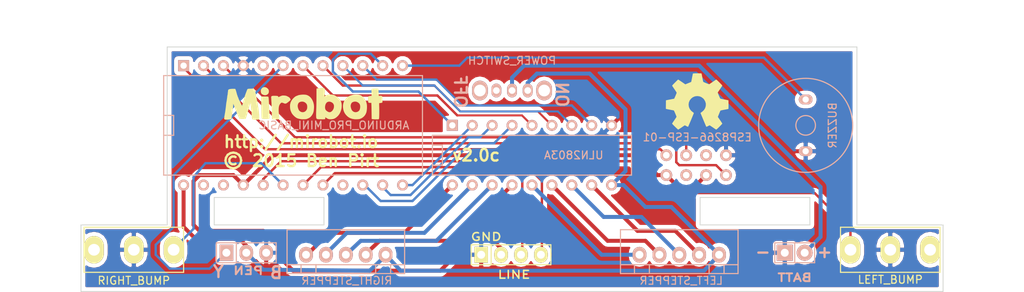
<source format=kicad_pcb>
(kicad_pcb (version 4) (host pcbnew "(2014-12-16 BZR 5324)-product")

  (general
    (links 42)
    (no_connects 0)
    (area 103.320999 98.050999 234.499001 135.550001)
    (thickness 1.6)
    (drawings 28)
    (tracks 173)
    (zones 0)
    (modules 14)
    (nets 39)
  )

  (page A4)
  (layers
    (0 F.Cu signal)
    (31 B.Cu signal)
    (32 B.Adhes user)
    (33 F.Adhes user)
    (34 B.Paste user)
    (35 F.Paste user)
    (36 B.SilkS user)
    (37 F.SilkS user)
    (38 B.Mask user)
    (39 F.Mask user)
    (40 Dwgs.User user)
    (41 Cmts.User user)
    (42 Eco1.User user)
    (43 Eco2.User user)
    (44 Edge.Cuts user)
    (45 Margin user)
    (46 B.CrtYd user)
    (47 F.CrtYd user)
    (48 B.Fab user)
    (49 F.Fab user)
  )

  (setup
    (last_trace_width 0.3048)
    (trace_clearance 0.254)
    (zone_clearance 0.508)
    (zone_45_only no)
    (trace_min 0.254)
    (segment_width 0.2)
    (edge_width 0.1)
    (via_size 0.889)
    (via_drill 0.635)
    (via_min_size 0.889)
    (via_min_drill 0.508)
    (uvia_size 0.508)
    (uvia_drill 0.127)
    (uvias_allowed no)
    (uvia_min_size 0.508)
    (uvia_min_drill 0.127)
    (pcb_text_width 0.3)
    (pcb_text_size 1.5 1.5)
    (mod_edge_width 0.15)
    (mod_text_size 1 1)
    (mod_text_width 0.15)
    (pad_size 1.25 1.75)
    (pad_drill 0.85)
    (pad_to_mask_clearance 0)
    (aux_axis_origin 0 0)
    (visible_elements FFFFFF7F)
    (pcbplotparams
      (layerselection 0x010f0_80000001)
      (usegerberextensions true)
      (excludeedgelayer true)
      (linewidth 0.100000)
      (plotframeref false)
      (viasonmask false)
      (mode 1)
      (useauxorigin false)
      (hpglpennumber 1)
      (hpglpenspeed 20)
      (hpglpendiameter 15)
      (hpglpenoverlay 2)
      (psnegative false)
      (psa4output false)
      (plotreference true)
      (plotvalue true)
      (plotinvisibletext false)
      (padsonsilk false)
      (subtractmaskfromsilk false)
      (outputformat 1)
      (mirror false)
      (drillshape 0)
      (scaleselection 1)
      (outputdirectory output/))
  )

  (net 0 "")
  (net 1 "Net-(IC1-Pad1)")
  (net 2 "Net-(IC1-Pad2)")
  (net 3 "Net-(IC1-Pad3)")
  (net 4 GND)
  (net 5 "Net-(IC1-Pad5)")
  (net 6 "Net-(IC1-Pad6)")
  (net 7 "Net-(IC1-Pad7)")
  (net 8 "Net-(IC1-Pad8)")
  (net 9 "Net-(IC1-Pad9)")
  (net 10 "Net-(IC1-Pad10)")
  (net 11 "Net-(IC1-Pad11)")
  (net 12 "Net-(IC1-Pad12)")
  (net 13 "Net-(IC1-Pad13)")
  (net 14 "Net-(IC1-Pad14)")
  (net 15 "Net-(IC1-Pad15)")
  (net 16 "Net-(IC1-Pad16)")
  (net 17 "Net-(IC1-Pad17)")
  (net 18 "Net-(IC1-Pad18)")
  (net 19 "Net-(IC1-Pad19)")
  (net 20 "Net-(IC1-Pad20)")
  (net 21 +3V3)
  (net 22 "Net-(IC1-Pad22)")
  (net 23 "Net-(IC1-Pad23)")
  (net 24 VSS)
  (net 25 "Net-(P3-Pad1)")
  (net 26 "Net-(P3-Pad2)")
  (net 27 "Net-(P3-Pad3)")
  (net 28 "Net-(P3-Pad4)")
  (net 29 "Net-(P4-Pad1)")
  (net 30 "Net-(P4-Pad2)")
  (net 31 "Net-(P4-Pad3)")
  (net 32 "Net-(P4-Pad4)")
  (net 33 "Net-(U1-Pad4)")
  (net 34 "Net-(U1-Pad5)")
  (net 35 "Net-(SW2-Pad3)")
  (net 36 "Net-(SW3-Pad3)")
  (net 37 "Net-(SW1-Pad3)")
  (net 38 "Net-(BATT1-Pad2)")

  (net_class Default "This is the default net class."
    (clearance 0.254)
    (trace_width 0.3048)
    (via_dia 0.889)
    (via_drill 0.635)
    (uvia_dia 0.508)
    (uvia_drill 0.127)
    (add_net GND)
    (add_net "Net-(BATT1-Pad2)")
    (add_net "Net-(IC1-Pad1)")
    (add_net "Net-(IC1-Pad10)")
    (add_net "Net-(IC1-Pad11)")
    (add_net "Net-(IC1-Pad12)")
    (add_net "Net-(IC1-Pad13)")
    (add_net "Net-(IC1-Pad14)")
    (add_net "Net-(IC1-Pad15)")
    (add_net "Net-(IC1-Pad16)")
    (add_net "Net-(IC1-Pad17)")
    (add_net "Net-(IC1-Pad18)")
    (add_net "Net-(IC1-Pad19)")
    (add_net "Net-(IC1-Pad2)")
    (add_net "Net-(IC1-Pad20)")
    (add_net "Net-(IC1-Pad22)")
    (add_net "Net-(IC1-Pad23)")
    (add_net "Net-(IC1-Pad3)")
    (add_net "Net-(IC1-Pad5)")
    (add_net "Net-(IC1-Pad6)")
    (add_net "Net-(IC1-Pad7)")
    (add_net "Net-(IC1-Pad8)")
    (add_net "Net-(IC1-Pad9)")
    (add_net "Net-(SW1-Pad3)")
    (add_net "Net-(SW2-Pad3)")
    (add_net "Net-(SW3-Pad3)")
    (add_net "Net-(U1-Pad4)")
    (add_net "Net-(U1-Pad5)")
  )

  (net_class Power ""
    (clearance 0.254)
    (trace_width 0.508)
    (via_dia 0.889)
    (via_drill 0.635)
    (uvia_dia 0.508)
    (uvia_drill 0.127)
    (add_net +3V3)
    (add_net "Net-(P3-Pad1)")
    (add_net "Net-(P3-Pad2)")
    (add_net "Net-(P3-Pad3)")
    (add_net "Net-(P3-Pad4)")
    (add_net "Net-(P4-Pad1)")
    (add_net "Net-(P4-Pad2)")
    (add_net "Net-(P4-Pad3)")
    (add_net "Net-(P4-Pad4)")
    (add_net VSS)
  )

  (module Sockets_DIP:DIP-24__600 (layer B.Cu) (tedit 55082BC5) (tstamp 54E71F97)
    (at 140.97 114.3)
    (descr "28 pins DIL package, round pads, width 600mil")
    (tags DIL)
    (path /54E71C3B)
    (fp_text reference IC1 (at -13.716 0) (layer B.SilkS) hide
      (effects (font (size 1 1) (thickness 0.15)) (justify mirror))
    )
    (fp_text value ARDUINO_PRO_MINI_BASIC (at 5.207 0) (layer B.SilkS)
      (effects (font (size 1 1) (thickness 0.15)) (justify mirror))
    )
    (fp_line (start -16.51 1.27) (end -15.24 1.27) (layer B.SilkS) (width 0.15))
    (fp_line (start -15.24 1.27) (end -15.24 -1.27) (layer B.SilkS) (width 0.15))
    (fp_line (start -15.24 -1.27) (end -16.51 -1.27) (layer B.SilkS) (width 0.15))
    (fp_line (start -16.51 6.35) (end 16.51 6.35) (layer B.SilkS) (width 0.15))
    (fp_line (start 16.51 6.35) (end 16.51 -6.35) (layer B.SilkS) (width 0.15))
    (fp_line (start 16.51 -6.35) (end -16.51 -6.35) (layer B.SilkS) (width 0.15))
    (fp_line (start -16.51 -6.35) (end -16.51 6.35) (layer B.SilkS) (width 0.15))
    (pad 1 thru_hole rect (at -13.97 -7.62) (size 1.397 1.397) (drill 0.8128) (layers *.Cu *.Mask B.SilkS)
      (net 1 "Net-(IC1-Pad1)"))
    (pad 2 thru_hole circle (at -11.43 -7.62) (size 1.397 1.397) (drill 0.8128) (layers *.Cu *.Mask B.SilkS)
      (net 2 "Net-(IC1-Pad2)"))
    (pad 3 thru_hole circle (at -8.89 -7.62) (size 1.397 1.397) (drill 0.8128) (layers *.Cu *.Mask B.SilkS)
      (net 3 "Net-(IC1-Pad3)"))
    (pad 4 thru_hole circle (at -6.35 -7.62) (size 1.397 1.397) (drill 0.8128) (layers *.Cu *.Mask B.SilkS)
      (net 4 GND))
    (pad 5 thru_hole circle (at -3.81 -7.62) (size 1.397 1.397) (drill 0.8128) (layers *.Cu *.Mask B.SilkS)
      (net 5 "Net-(IC1-Pad5)"))
    (pad 6 thru_hole circle (at -1.27 -7.62) (size 1.397 1.397) (drill 0.8128) (layers *.Cu *.Mask B.SilkS)
      (net 6 "Net-(IC1-Pad6)"))
    (pad 7 thru_hole circle (at 1.27 -7.62) (size 1.397 1.397) (drill 0.8128) (layers *.Cu *.Mask B.SilkS)
      (net 7 "Net-(IC1-Pad7)"))
    (pad 8 thru_hole circle (at 3.81 -7.62) (size 1.397 1.397) (drill 0.8128) (layers *.Cu *.Mask B.SilkS)
      (net 8 "Net-(IC1-Pad8)"))
    (pad 9 thru_hole circle (at 6.35 -7.62) (size 1.397 1.397) (drill 0.8128) (layers *.Cu *.Mask B.SilkS)
      (net 9 "Net-(IC1-Pad9)"))
    (pad 10 thru_hole circle (at 8.89 -7.62) (size 1.397 1.397) (drill 0.8128) (layers *.Cu *.Mask B.SilkS)
      (net 10 "Net-(IC1-Pad10)"))
    (pad 11 thru_hole circle (at 11.43 -7.62) (size 1.397 1.397) (drill 0.8128) (layers *.Cu *.Mask B.SilkS)
      (net 11 "Net-(IC1-Pad11)"))
    (pad 12 thru_hole circle (at 13.97 -7.62) (size 1.397 1.397) (drill 0.8128) (layers *.Cu *.Mask B.SilkS)
      (net 12 "Net-(IC1-Pad12)"))
    (pad 13 thru_hole circle (at 13.97 7.62) (size 1.397 1.397) (drill 0.8128) (layers *.Cu *.Mask B.SilkS)
      (net 13 "Net-(IC1-Pad13)"))
    (pad 14 thru_hole circle (at 11.43 7.62) (size 1.397 1.397) (drill 0.8128) (layers *.Cu *.Mask B.SilkS)
      (net 14 "Net-(IC1-Pad14)"))
    (pad 15 thru_hole circle (at 8.89 7.62) (size 1.397 1.397) (drill 0.8128) (layers *.Cu *.Mask B.SilkS)
      (net 15 "Net-(IC1-Pad15)"))
    (pad 16 thru_hole circle (at 6.35 7.62) (size 1.397 1.397) (drill 0.8128) (layers *.Cu *.Mask B.SilkS)
      (net 16 "Net-(IC1-Pad16)"))
    (pad 17 thru_hole circle (at 3.81 7.62) (size 1.397 1.397) (drill 0.8128) (layers *.Cu *.Mask B.SilkS)
      (net 17 "Net-(IC1-Pad17)"))
    (pad 18 thru_hole circle (at 1.27 7.62) (size 1.397 1.397) (drill 0.8128) (layers *.Cu *.Mask B.SilkS)
      (net 18 "Net-(IC1-Pad18)"))
    (pad 19 thru_hole circle (at -1.27 7.62) (size 1.397 1.397) (drill 0.8128) (layers *.Cu *.Mask B.SilkS)
      (net 19 "Net-(IC1-Pad19)"))
    (pad 20 thru_hole circle (at -3.81 7.62) (size 1.397 1.397) (drill 0.8128) (layers *.Cu *.Mask B.SilkS)
      (net 20 "Net-(IC1-Pad20)"))
    (pad 21 thru_hole circle (at -6.35 7.62) (size 1.397 1.397) (drill 0.8128) (layers *.Cu *.Mask B.SilkS)
      (net 21 +3V3))
    (pad 22 thru_hole circle (at -8.89 7.62) (size 1.397 1.397) (drill 0.8128) (layers *.Cu *.Mask B.SilkS)
      (net 22 "Net-(IC1-Pad22)"))
    (pad 23 thru_hole circle (at -11.43 7.62) (size 1.397 1.397) (drill 0.8128) (layers *.Cu *.Mask B.SilkS)
      (net 23 "Net-(IC1-Pad23)"))
    (pad 24 thru_hole circle (at -13.97 7.62) (size 1.397 1.397) (drill 0.8128) (layers *.Cu *.Mask B.SilkS)
      (net 24 VSS))
    (model Sockets_DIP/DIP-24__600.wrl
      (at (xyz 0 0 0))
      (scale (xyz 1 1 1))
      (rotate (xyz 0 0 0))
    )
  )

  (module Pin_Headers:Pin_Header_Straight_1x03 (layer B.Cu) (tedit 54EB235B) (tstamp 55082D33)
    (at 135.001 130.556)
    (descr "Through hole pin header")
    (tags "pin header")
    (path /54E21EA6)
    (fp_text reference PEN1 (at 0 2.286) (layer B.SilkS) hide
      (effects (font (size 1 1) (thickness 0.15)) (justify mirror))
    )
    (fp_text value SERVO (at 0 0) (layer B.SilkS) hide
      (effects (font (size 1 1) (thickness 0.15)) (justify mirror))
    )
    (fp_line (start -1.27 -1.27) (end 3.81 -1.27) (layer B.SilkS) (width 0.15))
    (fp_line (start 3.81 -1.27) (end 3.81 1.27) (layer B.SilkS) (width 0.15))
    (fp_line (start 3.81 1.27) (end -1.27 1.27) (layer B.SilkS) (width 0.15))
    (fp_line (start -3.81 1.27) (end -1.27 1.27) (layer B.SilkS) (width 0.15))
    (fp_line (start -1.27 1.27) (end -1.27 -1.27) (layer B.SilkS) (width 0.15))
    (fp_line (start -3.81 1.27) (end -3.81 -1.27) (layer B.SilkS) (width 0.15))
    (fp_line (start -3.81 -1.27) (end -1.27 -1.27) (layer B.SilkS) (width 0.15))
    (pad 1 thru_hole rect (at -2.54 0) (size 1.7272 2.032) (drill 1.016) (layers *.Cu *.Mask B.SilkS)
      (net 6 "Net-(IC1-Pad6)"))
    (pad 2 thru_hole oval (at 0 0) (size 1.7272 2.032) (drill 1.016) (layers *.Cu *.Mask B.SilkS)
      (net 24 VSS))
    (pad 3 thru_hole oval (at 2.54 0) (size 1.7272 2.032) (drill 1.016) (layers *.Cu *.Mask B.SilkS)
      (net 4 GND))
    (model Pin_Headers/Pin_Header_Straight_1x03.wrl
      (at (xyz 0 0 0))
      (scale (xyz 1 1 1))
      (rotate (xyz 0 0 0))
    )
  )

  (module Pin_Headers:Pin_Header_Straight_1x02 (layer B.Cu) (tedit 54EB3643) (tstamp 54E71FA4)
    (at 204.978 130.556)
    (descr "Through hole pin header")
    (tags "pin header")
    (path /54E21EEF)
    (fp_text reference BATT1 (at 0 2.286) (layer B.SilkS) hide
      (effects (font (size 1 1) (thickness 0.15)) (justify mirror))
    )
    (fp_text value BATT (at 0 0) (layer B.SilkS) hide
      (effects (font (size 1 1) (thickness 0.15)) (justify mirror))
    )
    (fp_line (start 0 1.27) (end 0 -1.27) (layer B.SilkS) (width 0.15))
    (fp_line (start -2.54 1.27) (end -2.54 -1.27) (layer B.SilkS) (width 0.15))
    (fp_line (start -2.54 -1.27) (end 0 -1.27) (layer B.SilkS) (width 0.15))
    (fp_line (start 0 -1.27) (end 2.54 -1.27) (layer B.SilkS) (width 0.15))
    (fp_line (start 2.54 -1.27) (end 2.54 1.27) (layer B.SilkS) (width 0.15))
    (fp_line (start 2.54 1.27) (end -2.54 1.27) (layer B.SilkS) (width 0.15))
    (pad 1 thru_hole rect (at -1.27 0) (size 2.032 2.032) (drill 1.016) (layers *.Cu *.Mask B.SilkS)
      (net 4 GND))
    (pad 2 thru_hole oval (at 1.27 0) (size 2.032 2.032) (drill 1.016) (layers *.Cu *.Mask B.SilkS)
      (net 38 "Net-(BATT1-Pad2)"))
    (model Pin_Headers/Pin_Header_Straight_1x02.wrl
      (at (xyz 0 0 0))
      (scale (xyz 1 1 1))
      (rotate (xyz 0 0 0))
    )
  )

  (module Pin_Headers:Pin_Header_Straight_1x04 (layer F.Cu) (tedit 54EB2303) (tstamp 54E77AAD)
    (at 168.783 130.81)
    (descr "Through hole pin header")
    (tags "pin header")
    (path /54E72AD3)
    (fp_text reference LINE1 (at -3.81 -2.286) (layer F.SilkS) hide
      (effects (font (size 1 1) (thickness 0.15)))
    )
    (fp_text value LINE (at 0 0) (layer F.SilkS) hide
      (effects (font (size 1 1) (thickness 0.15)))
    )
    (fp_line (start -2.54 1.27) (end 5.08 1.27) (layer F.SilkS) (width 0.15))
    (fp_line (start -2.54 -1.27) (end 5.08 -1.27) (layer F.SilkS) (width 0.15))
    (fp_line (start -5.08 -1.27) (end -2.54 -1.27) (layer F.SilkS) (width 0.15))
    (fp_line (start 5.08 1.27) (end 5.08 -1.27) (layer F.SilkS) (width 0.15))
    (fp_line (start -2.54 -1.27) (end -2.54 1.27) (layer F.SilkS) (width 0.15))
    (fp_line (start -5.08 -1.27) (end -5.08 1.27) (layer F.SilkS) (width 0.15))
    (fp_line (start -5.08 1.27) (end -2.54 1.27) (layer F.SilkS) (width 0.15))
    (pad 1 thru_hole rect (at -3.81 0) (size 1.7272 2.032) (drill 1.016) (layers *.Cu *.Mask F.SilkS)
      (net 4 GND))
    (pad 2 thru_hole oval (at -1.27 0) (size 1.7272 2.032) (drill 1.016) (layers *.Cu *.Mask F.SilkS)
      (net 21 +3V3))
    (pad 3 thru_hole oval (at 1.27 0) (size 1.7272 2.032) (drill 1.016) (layers *.Cu *.Mask F.SilkS)
      (net 17 "Net-(IC1-Pad17)"))
    (pad 4 thru_hole oval (at 3.81 0) (size 1.7272 2.032) (drill 1.016) (layers *.Cu *.Mask F.SilkS)
      (net 18 "Net-(IC1-Pad18)"))
    (model Pin_Headers/Pin_Header_Straight_1x04.wrl
      (at (xyz 0 0 0))
      (scale (xyz 1 1 1))
      (rotate (xyz 0 0 0))
    )
  )

  (module Sockets_DIP:DIP-18__300 (layer B.Cu) (tedit 54EB1F1B) (tstamp 54E71FE6)
    (at 171.45 118.11)
    (descr "8 pins DIL package, round pads")
    (path /54E1F6EF)
    (fp_text reference U2 (at -9.906 0) (layer B.SilkS) hide
      (effects (font (size 1 1) (thickness 0.15)) (justify mirror))
    )
    (fp_text value ULN2803A (at 5.334 0) (layer B.SilkS)
      (effects (font (size 1 1) (thickness 0.15)) (justify mirror))
    )
    (fp_line (start -12.7 1.27) (end -11.43 1.27) (layer B.SilkS) (width 0.15))
    (fp_line (start -11.43 1.27) (end -11.43 -1.27) (layer B.SilkS) (width 0.15))
    (fp_line (start -11.43 -1.27) (end -12.7 -1.27) (layer B.SilkS) (width 0.15))
    (fp_line (start -12.7 2.54) (end 12.7 2.54) (layer B.SilkS) (width 0.15))
    (fp_line (start 12.7 2.54) (end 12.7 -2.54) (layer B.SilkS) (width 0.15))
    (fp_line (start 12.7 -2.54) (end -12.7 -2.54) (layer B.SilkS) (width 0.15))
    (fp_line (start -12.7 -2.54) (end -12.7 2.54) (layer B.SilkS) (width 0.15))
    (pad 1 thru_hole rect (at -10.16 -3.81) (size 1.397 1.397) (drill 0.8128) (layers *.Cu *.Mask B.SilkS)
      (net 11 "Net-(IC1-Pad11)"))
    (pad 2 thru_hole circle (at -7.62 -3.81) (size 1.397 1.397) (drill 0.8128) (layers *.Cu *.Mask B.SilkS)
      (net 13 "Net-(IC1-Pad13)"))
    (pad 3 thru_hole circle (at -5.08 -3.81) (size 1.397 1.397) (drill 0.8128) (layers *.Cu *.Mask B.SilkS)
      (net 14 "Net-(IC1-Pad14)"))
    (pad 4 thru_hole circle (at -2.54 -3.81) (size 1.397 1.397) (drill 0.8128) (layers *.Cu *.Mask B.SilkS)
      (net 15 "Net-(IC1-Pad15)"))
    (pad 5 thru_hole circle (at 0 -3.81) (size 1.397 1.397) (drill 0.8128) (layers *.Cu *.Mask B.SilkS)
      (net 7 "Net-(IC1-Pad7)"))
    (pad 6 thru_hole circle (at 2.54 -3.81) (size 1.397 1.397) (drill 0.8128) (layers *.Cu *.Mask B.SilkS)
      (net 8 "Net-(IC1-Pad8)"))
    (pad 7 thru_hole circle (at 5.08 -3.81) (size 1.397 1.397) (drill 0.8128) (layers *.Cu *.Mask B.SilkS)
      (net 9 "Net-(IC1-Pad9)"))
    (pad 8 thru_hole circle (at 7.62 -3.81) (size 1.397 1.397) (drill 0.8128) (layers *.Cu *.Mask B.SilkS)
      (net 10 "Net-(IC1-Pad10)"))
    (pad 9 thru_hole circle (at 10.16 -3.81) (size 1.397 1.397) (drill 0.8128) (layers *.Cu *.Mask B.SilkS)
      (net 4 GND))
    (pad 10 thru_hole circle (at 10.16 3.81) (size 1.397 1.397) (drill 0.8128) (layers *.Cu *.Mask B.SilkS)
      (net 24 VSS))
    (pad 11 thru_hole circle (at 7.62 3.81) (size 1.397 1.397) (drill 0.8128) (layers *.Cu *.Mask B.SilkS)
      (net 32 "Net-(P4-Pad4)"))
    (pad 12 thru_hole circle (at 5.08 3.81) (size 1.397 1.397) (drill 0.8128) (layers *.Cu *.Mask B.SilkS)
      (net 31 "Net-(P4-Pad3)"))
    (pad 13 thru_hole circle (at 2.54 3.81) (size 1.397 1.397) (drill 0.8128) (layers *.Cu *.Mask B.SilkS)
      (net 30 "Net-(P4-Pad2)"))
    (pad 14 thru_hole circle (at 0 3.81) (size 1.397 1.397) (drill 0.8128) (layers *.Cu *.Mask B.SilkS)
      (net 29 "Net-(P4-Pad1)"))
    (pad 15 thru_hole circle (at -2.54 3.81) (size 1.397 1.397) (drill 0.8128) (layers *.Cu *.Mask B.SilkS)
      (net 28 "Net-(P3-Pad4)"))
    (pad 16 thru_hole circle (at -5.08 3.81) (size 1.397 1.397) (drill 0.8128) (layers *.Cu *.Mask B.SilkS)
      (net 27 "Net-(P3-Pad3)"))
    (pad 17 thru_hole circle (at -7.62 3.81) (size 1.397 1.397) (drill 0.8128) (layers *.Cu *.Mask B.SilkS)
      (net 26 "Net-(P3-Pad2)"))
    (pad 18 thru_hole circle (at -10.16 3.81) (size 1.397 1.397) (drill 0.8128) (layers *.Cu *.Mask B.SilkS)
      (net 25 "Net-(P3-Pad1)"))
    (model Sockets_DIP/DIP-18__300.wrl
      (at (xyz 0 0 0))
      (scale (xyz 1 1 1))
      (rotate (xyz 0 0 0))
    )
  )

  (module Mirobot:ESP-01 (layer B.Cu) (tedit 5508319B) (tstamp 54E72951)
    (at 192.405 119.38 180)
    (path /54E2173F)
    (fp_text reference U1 (at 5.969 5.334 180) (layer B.SilkS) hide
      (effects (font (size 1 1) (thickness 0.15)) (justify mirror))
    )
    (fp_text value ESP8266-ESP-01 (at -0.127 3.556 180) (layer B.SilkS)
      (effects (font (size 1 1) (thickness 0.15)) (justify mirror))
    )
    (fp_line (start -7 -3.5) (end 7 -3.5) (layer Cmts.User) (width 0.15))
    (fp_line (start 7 -3.5) (end 7 21) (layer Cmts.User) (width 0.15))
    (fp_line (start 7 21) (end -7 21) (layer Cmts.User) (width 0.15))
    (fp_line (start -7 21) (end -7 -3.5) (layer Cmts.User) (width 0.15))
    (pad 5 thru_hole oval (at 1.27 -1.27 180) (size 1.5 1.5) (drill 0.85) (layers *.Cu *.Mask B.SilkS)
      (net 34 "Net-(U1-Pad5)"))
    (pad 6 thru_hole oval (at 1.27 1.27 180) (size 1.5 1.5) (drill 0.85) (layers *.Cu *.Mask B.SilkS)
      (net 3 "Net-(IC1-Pad3)"))
    (pad 8 thru_hole oval (at 3.81 1.27 180) (size 1.5 1.5) (drill 0.85) (layers *.Cu *.Mask B.SilkS)
      (net 1 "Net-(IC1-Pad1)"))
    (pad 7 thru_hole oval (at 3.81 -1.27 180) (size 1.5 1.5) (drill 0.85) (layers *.Cu *.Mask B.SilkS)
      (net 21 +3V3))
    (pad 3 thru_hole oval (at -1.27 -1.27 180) (size 1.5 1.5) (drill 0.85) (layers *.Cu *.Mask B.SilkS)
      (net 21 +3V3))
    (pad 4 thru_hole oval (at -1.27 1.27 180) (size 1.5 1.5) (drill 0.85) (layers *.Cu *.Mask B.SilkS)
      (net 33 "Net-(U1-Pad4)"))
    (pad 2 thru_hole oval (at -3.81 1.27 180) (size 1.5 1.5) (drill 0.85) (layers *.Cu *.Mask B.SilkS)
      (net 4 GND))
    (pad 1 thru_hole oval (at -3.81 -1.27 180) (size 1.5 1.5) (drill 0.85) (layers *.Cu *.Mask B.SilkS)
      (net 2 "Net-(IC1-Pad2)"))
  )

  (module Mirobot:JST_XH-1x05 (layer B.Cu) (tedit 54EB1F30) (tstamp 55082C98)
    (at 147.701 130.81)
    (path /54E21DCD)
    (fp_text reference P3 (at 5.969 -2.032) (layer B.SilkS) hide
      (effects (font (size 1 1) (thickness 0.15)) (justify mirror))
    )
    (fp_text value RIGHT_STEPPER (at 0.127 3.302) (layer B.SilkS)
      (effects (font (size 1 1) (thickness 0.15)) (justify mirror))
    )
    (fp_line (start -3.81 2.4) (end -3.81 1.27) (layer B.SilkS) (width 0.15))
    (fp_line (start -5.715 2.4) (end -5.715 1.27) (layer B.SilkS) (width 0.15))
    (fp_line (start 3.81 2.4) (end 3.81 1.27) (layer B.SilkS) (width 0.15))
    (fp_line (start 5.715 2.4) (end 5.715 1.27) (layer B.SilkS) (width 0.15))
    (fp_line (start -7.5 1.27) (end 7.5 1.27) (layer B.SilkS) (width 0.15))
    (fp_line (start -7.5 -3.2) (end 7.5 -3.2) (layer B.SilkS) (width 0.15))
    (fp_line (start 7.5 -3.2) (end 7.5 2.4) (layer B.SilkS) (width 0.15))
    (fp_line (start 7.5 2.4) (end -7.5 2.4) (layer B.SilkS) (width 0.15))
    (fp_line (start -7.5 2.4) (end -7.5 -3.2) (layer B.SilkS) (width 0.15))
    (pad 3 thru_hole oval (at 0 0) (size 1.75 2) (drill 1) (layers *.Cu *.Mask B.SilkS)
      (net 27 "Net-(P3-Pad3)"))
    (pad 2 thru_hole oval (at -2.54 0) (size 1.75 2) (drill 1) (layers *.Cu *.Mask B.SilkS)
      (net 26 "Net-(P3-Pad2)"))
    (pad 1 thru_hole oval (at -5.08 0) (size 1.75 2) (drill 1) (layers *.Cu *.Mask B.SilkS)
      (net 25 "Net-(P3-Pad1)"))
    (pad 4 thru_hole oval (at 2.54 0) (size 1.75 2) (drill 1) (layers *.Cu *.Mask B.SilkS)
      (net 28 "Net-(P3-Pad4)"))
    (pad 5 thru_hole oval (at 5.08 0) (size 1.75 2) (drill 1) (layers *.Cu *.Mask B.SilkS)
      (net 24 VSS))
  )

  (module Mirobot:JST_XH-1x05 (layer B.Cu) (tedit 54EB24D6) (tstamp 54E76DCD)
    (at 190.246 130.81)
    (path /54E21E11)
    (fp_text reference P4 (at 6.35 -2.286) (layer B.SilkS) hide
      (effects (font (size 1 1) (thickness 0.15)) (justify mirror))
    )
    (fp_text value LEFT_STEPPER (at 0.254 3.302) (layer B.SilkS)
      (effects (font (size 1 1) (thickness 0.15)) (justify mirror))
    )
    (fp_line (start -3.81 2.4) (end -3.81 1.27) (layer B.SilkS) (width 0.15))
    (fp_line (start -5.715 2.4) (end -5.715 1.27) (layer B.SilkS) (width 0.15))
    (fp_line (start 3.81 2.4) (end 3.81 1.27) (layer B.SilkS) (width 0.15))
    (fp_line (start 5.715 2.4) (end 5.715 1.27) (layer B.SilkS) (width 0.15))
    (fp_line (start -7.5 1.27) (end 7.5 1.27) (layer B.SilkS) (width 0.15))
    (fp_line (start -7.5 -3.2) (end 7.5 -3.2) (layer B.SilkS) (width 0.15))
    (fp_line (start 7.5 -3.2) (end 7.5 2.4) (layer B.SilkS) (width 0.15))
    (fp_line (start 7.5 2.4) (end -7.5 2.4) (layer B.SilkS) (width 0.15))
    (fp_line (start -7.5 2.4) (end -7.5 -3.2) (layer B.SilkS) (width 0.15))
    (pad 3 thru_hole oval (at 0 0) (size 1.75 2) (drill 1) (layers *.Cu *.Mask B.SilkS)
      (net 31 "Net-(P4-Pad3)"))
    (pad 2 thru_hole oval (at -2.54 0) (size 1.75 2) (drill 1) (layers *.Cu *.Mask B.SilkS)
      (net 30 "Net-(P4-Pad2)"))
    (pad 1 thru_hole oval (at -5.08 0) (size 1.75 2) (drill 1) (layers *.Cu *.Mask B.SilkS)
      (net 29 "Net-(P4-Pad1)"))
    (pad 4 thru_hole oval (at 2.54 0) (size 1.75 2) (drill 1) (layers *.Cu *.Mask B.SilkS)
      (net 32 "Net-(P4-Pad4)"))
    (pad 5 thru_hole oval (at 5.08 0) (size 1.75 2) (drill 1) (layers *.Cu *.Mask B.SilkS)
      (net 24 VSS))
  )

  (module Mirobot:BUZZER (layer B.Cu) (tedit 54EB24ED) (tstamp 54E77760)
    (at 206.375 114.3 270)
    (path /54E71B6E)
    (fp_text reference SG1 (at 0 3.937 270) (layer B.SilkS) hide
      (effects (font (size 1 1) (thickness 0.15)) (justify mirror))
    )
    (fp_text value BUZZER (at 0 -3.429 270) (layer B.SilkS)
      (effects (font (size 1 1) (thickness 0.15)) (justify mirror))
    )
    (fp_circle (center 0 0) (end 1.25 0) (layer B.SilkS) (width 0.15))
    (fp_circle (center 0 0) (end 6 0) (layer B.SilkS) (width 0.15))
    (pad 2 thru_hole oval (at 3.3 0 270) (size 1.25 1.75) (drill 0.8) (layers *.Cu *.Mask B.SilkS)
      (net 4 GND))
    (pad 1 thru_hole oval (at -3.3 0 270) (size 1.25 1.75) (drill 0.8) (layers *.Cu *.Mask B.SilkS)
      (net 12 "Net-(IC1-Pad12)"))
  )

  (module Mirobot:OSHW_LOGO (layer F.Cu) (tedit 0) (tstamp 54EB3D6D)
    (at 192.532 111.252)
    (fp_text reference G*** (at 0 4.2418) (layer F.SilkS) hide
      (effects (font (size 0.36322 0.36322) (thickness 0.07112)))
    )
    (fp_text value LOGO (at 0 -4.2418) (layer F.SilkS) hide
      (effects (font (size 0.36322 0.36322) (thickness 0.07112)))
    )
    (fp_poly (pts (xy -2.42316 3.59156) (xy -2.38252 3.57124) (xy -2.28854 3.51282) (xy -2.15392 3.42392)
      (xy -1.99644 3.31978) (xy -1.83896 3.21056) (xy -1.70942 3.1242) (xy -1.61798 3.06578)
      (xy -1.57988 3.04546) (xy -1.55956 3.05054) (xy -1.48336 3.08864) (xy -1.37414 3.14452)
      (xy -1.31064 3.17754) (xy -1.21158 3.22072) (xy -1.16078 3.23088) (xy -1.15316 3.21564)
      (xy -1.11506 3.13944) (xy -1.05918 3.00736) (xy -0.98298 2.83464) (xy -0.89662 2.63144)
      (xy -0.80264 2.413) (xy -0.7112 2.18948) (xy -0.6223 1.97612) (xy -0.54356 1.78562)
      (xy -0.48006 1.63068) (xy -0.43942 1.52146) (xy -0.42418 1.47574) (xy -0.42926 1.46558)
      (xy -0.48006 1.41732) (xy -0.56642 1.35128) (xy -0.75692 1.19634) (xy -0.94234 0.96266)
      (xy -1.05664 0.6985) (xy -1.09474 0.40386) (xy -1.06172 0.13208) (xy -0.95504 -0.12954)
      (xy -0.77216 -0.36576) (xy -0.55118 -0.54102) (xy -0.2921 -0.65278) (xy 0 -0.68834)
      (xy 0.2794 -0.65786) (xy 0.5461 -0.55118) (xy 0.78232 -0.37084) (xy 0.88138 -0.25654)
      (xy 1.01854 -0.01778) (xy 1.09728 0.23876) (xy 1.1049 0.30226) (xy 1.09474 0.5842)
      (xy 1.01092 0.85344) (xy 0.8636 1.09474) (xy 0.65786 1.29032) (xy 0.62992 1.31064)
      (xy 0.53594 1.38176) (xy 0.47244 1.43002) (xy 0.42164 1.47066) (xy 0.77978 2.33172)
      (xy 0.83566 2.46888) (xy 0.93472 2.7051) (xy 1.02108 2.9083) (xy 1.08966 3.06832)
      (xy 1.13792 3.17754) (xy 1.15824 3.22072) (xy 1.16078 3.22326) (xy 1.19126 3.22834)
      (xy 1.2573 3.20294) (xy 1.37668 3.14452) (xy 1.45796 3.10388) (xy 1.5494 3.0607)
      (xy 1.59004 3.04546) (xy 1.6256 3.06324) (xy 1.71196 3.12166) (xy 1.8415 3.20548)
      (xy 1.9939 3.30962) (xy 2.14122 3.41122) (xy 2.27584 3.50012) (xy 2.3749 3.56108)
      (xy 2.42316 3.58902) (xy 2.43078 3.58902) (xy 2.47142 3.56362) (xy 2.55016 3.50012)
      (xy 2.667 3.38836) (xy 2.8321 3.2258) (xy 2.8575 3.2004) (xy 2.99466 3.0607)
      (xy 3.10642 2.94386) (xy 3.18008 2.86258) (xy 3.20548 2.82448) (xy 3.20548 2.82448)
      (xy 3.18262 2.77622) (xy 3.11912 2.6797) (xy 3.03022 2.54254) (xy 2.921 2.38252)
      (xy 2.63652 1.9685) (xy 2.794 1.57734) (xy 2.84226 1.45796) (xy 2.90322 1.31318)
      (xy 2.9464 1.20904) (xy 2.9718 1.16332) (xy 3.01244 1.14808) (xy 3.12166 1.12268)
      (xy 3.2766 1.08966) (xy 3.45948 1.05664) (xy 3.63728 1.02362) (xy 3.7973 0.99314)
      (xy 3.9116 0.97028) (xy 3.9624 0.96012) (xy 3.9751 0.9525) (xy 3.98526 0.9271)
      (xy 3.99288 0.87376) (xy 3.99542 0.77724) (xy 3.99796 0.62484) (xy 3.99796 0.40386)
      (xy 3.99796 0.381) (xy 3.99542 0.17018) (xy 3.99288 0.00254) (xy 3.9878 -0.10668)
      (xy 3.98018 -0.14986) (xy 3.98018 -0.14986) (xy 3.92938 -0.16256) (xy 3.81762 -0.18542)
      (xy 3.6576 -0.21844) (xy 3.4671 -0.254) (xy 3.45694 -0.25654) (xy 3.26644 -0.2921)
      (xy 3.10896 -0.32512) (xy 2.9972 -0.35052) (xy 2.95148 -0.36576) (xy 2.94132 -0.37846)
      (xy 2.90322 -0.45212) (xy 2.84734 -0.56896) (xy 2.78638 -0.71374) (xy 2.72288 -0.86106)
      (xy 2.66954 -0.99568) (xy 2.63398 -1.09474) (xy 2.62382 -1.14046) (xy 2.62382 -1.14046)
      (xy 2.65176 -1.18618) (xy 2.7178 -1.28524) (xy 2.80924 -1.41986) (xy 2.921 -1.58242)
      (xy 2.92862 -1.59512) (xy 3.03784 -1.75514) (xy 3.12674 -1.88976) (xy 3.18516 -1.98628)
      (xy 3.20548 -2.02946) (xy 3.20548 -2.032) (xy 3.16992 -2.08026) (xy 3.08864 -2.16916)
      (xy 2.9718 -2.29108) (xy 2.8321 -2.43332) (xy 2.78638 -2.4765) (xy 2.63144 -2.6289)
      (xy 2.52476 -2.72796) (xy 2.45618 -2.7813) (xy 2.42316 -2.794) (xy 2.42316 -2.79146)
      (xy 2.3749 -2.76352) (xy 2.2733 -2.69748) (xy 2.13614 -2.6035) (xy 1.97358 -2.49428)
      (xy 1.96342 -2.48666) (xy 1.8034 -2.37744) (xy 1.67132 -2.28854) (xy 1.5748 -2.22504)
      (xy 1.53416 -2.19964) (xy 1.52654 -2.19964) (xy 1.46304 -2.21996) (xy 1.34874 -2.25806)
      (xy 1.20904 -2.31394) (xy 1.06172 -2.37236) (xy 0.9271 -2.42824) (xy 0.8255 -2.4765)
      (xy 0.77724 -2.5019) (xy 0.77724 -2.50444) (xy 0.75946 -2.56286) (xy 0.73152 -2.68224)
      (xy 0.6985 -2.84734) (xy 0.6604 -3.04292) (xy 0.65532 -3.0734) (xy 0.61976 -3.2639)
      (xy 0.58928 -3.42138) (xy 0.56642 -3.5306) (xy 0.55372 -3.57632) (xy 0.52832 -3.5814)
      (xy 0.43434 -3.58902) (xy 0.2921 -3.59156) (xy 0.11938 -3.5941) (xy -0.06096 -3.59156)
      (xy -0.23622 -3.58902) (xy -0.38862 -3.58394) (xy -0.4953 -3.57632) (xy -0.54102 -3.56616)
      (xy -0.54356 -3.56362) (xy -0.5588 -3.5052) (xy -0.5842 -3.38582) (xy -0.61976 -3.22072)
      (xy -0.65786 -3.0226) (xy -0.66294 -2.98958) (xy -0.6985 -2.79908) (xy -0.73152 -2.64414)
      (xy -0.75438 -2.53492) (xy -0.76708 -2.49428) (xy -0.78232 -2.48412) (xy -0.86106 -2.4511)
      (xy -0.98806 -2.39776) (xy -1.14808 -2.33426) (xy -1.51384 -2.1844) (xy -1.96088 -2.49428)
      (xy -2.00406 -2.52222) (xy -2.16408 -2.63144) (xy -2.2987 -2.72034) (xy -2.39014 -2.77876)
      (xy -2.42824 -2.80162) (xy -2.43078 -2.79908) (xy -2.4765 -2.76098) (xy -2.5654 -2.67716)
      (xy -2.68732 -2.55778) (xy -2.82702 -2.41808) (xy -2.93116 -2.31394) (xy -3.05562 -2.18694)
      (xy -3.13436 -2.10312) (xy -3.17754 -2.04724) (xy -3.19278 -2.01422) (xy -3.1877 -1.9939)
      (xy -3.15976 -1.94818) (xy -3.09372 -1.84912) (xy -3.00228 -1.71196) (xy -2.89306 -1.55448)
      (xy -2.80162 -1.41986) (xy -2.7051 -1.27) (xy -2.6416 -1.16332) (xy -2.61874 -1.10998)
      (xy -2.62382 -1.08712) (xy -2.65684 -1.00076) (xy -2.71018 -0.86614) (xy -2.77622 -0.70866)
      (xy -2.9337 -0.35306) (xy -3.16738 -0.30988) (xy -3.30708 -0.28194) (xy -3.5052 -0.24384)
      (xy -3.69316 -0.20828) (xy -3.9878 -0.14986) (xy -3.99796 0.93218) (xy -3.95224 0.9525)
      (xy -3.90906 0.9652) (xy -3.79984 0.98806) (xy -3.6449 1.01854) (xy -3.45948 1.0541)
      (xy -3.30454 1.08458) (xy -3.14452 1.11252) (xy -3.03276 1.13538) (xy -2.98196 1.14554)
      (xy -2.96926 1.16332) (xy -2.92862 1.23952) (xy -2.87274 1.36144) (xy -2.81178 1.50876)
      (xy -2.74828 1.65862) (xy -2.6924 1.79832) (xy -2.65176 1.905) (xy -2.63906 1.96088)
      (xy -2.65938 2.00406) (xy -2.72034 2.0955) (xy -2.8067 2.22758) (xy -2.91338 2.38506)
      (xy -3.0226 2.54254) (xy -3.1115 2.67716) (xy -3.175 2.77368) (xy -3.2004 2.81686)
      (xy -3.1877 2.84734) (xy -3.12674 2.92354) (xy -3.00736 3.04546) (xy -2.8321 3.22072)
      (xy -2.80162 3.24866) (xy -2.66192 3.38328) (xy -2.54254 3.4925) (xy -2.46126 3.56616)
      (xy -2.42316 3.59156)) (layer F.SilkS) (width 0.00254))
  )

  (module Mirobot:MIROBOT_LOGO (layer F.Cu) (tedit 54EB40E3) (tstamp 54EB3F54)
    (at 142.24 111.506)
    (fp_text reference G*** (at 0 0) (layer F.SilkS) hide
      (effects (font (thickness 0.3)))
    )
    (fp_text value LOGO (at 0.75 0) (layer F.SilkS) hide
      (effects (font (thickness 0.3)))
    )
    (fp_poly (pts (xy -5.636381 1.800858) (xy -5.636881 1.895635) (xy -5.638937 1.963823) (xy -5.642708 1.993541)
      (xy -5.642874 1.993739) (xy -5.673992 2.001417) (xy -5.744061 2.008752) (xy -5.841229 2.015281)
      (xy -5.953647 2.020537) (xy -6.069465 2.024057) (xy -6.176833 2.025374) (xy -6.2639 2.024025)
      (xy -6.315261 2.020123) (xy -6.360264 2.011378) (xy -6.396431 1.996514) (xy -6.425069 1.970157)
      (xy -6.447483 1.926932) (xy -6.464981 1.861466) (xy -6.478869 1.768385) (xy -6.490452 1.642315)
      (xy -6.501037 1.477881) (xy -6.511931 1.269711) (xy -6.515538 1.196228) (xy -6.522338 1.078933)
      (xy -6.530097 0.98018) (xy -6.537806 0.911115) (xy -6.543811 0.883643) (xy -6.554167 0.846266)
      (xy -6.564053 0.778103) (xy -6.567557 0.741514) (xy -6.577118 0.637125) (xy -6.588685 0.529188)
      (xy -6.591221 0.508) (xy -6.602736 0.413502) (xy -6.613627 0.322595) (xy -6.615725 0.3048)
      (xy -6.640176 0.10611) (xy -6.661465 -0.044063) (xy -6.680195 -0.147865) (xy -6.696967 -0.207441)
      (xy -6.712382 -0.224935) (xy -6.727041 -0.202491) (xy -6.741348 -0.143306) (xy -6.759253 -0.074174)
      (xy -6.789661 0.019529) (xy -6.81992 0.10165) (xy -6.858608 0.213305) (xy -6.892594 0.333385)
      (xy -6.908955 0.407249) (xy -6.928284 0.493888) (xy -6.959247 0.610833) (xy -6.996977 0.740343)
      (xy -7.023709 0.825589) (xy -7.069756 0.97471) (xy -7.118383 1.143613) (xy -7.161761 1.304709)
      (xy -7.177686 1.368144) (xy -7.212186 1.498228) (xy -7.251385 1.627699) (xy -7.289344 1.737639)
      (xy -7.308826 1.785844) (xy -7.37428 1.933389) (xy -7.730769 1.925544) (xy -8.087258 1.9177)
      (xy -8.19437 1.6764) (xy -8.254176 1.541451) (xy -8.30228 1.431832) (xy -8.342846 1.337281)
      (xy -8.380036 1.247537) (xy -8.418013 1.152336) (xy -8.46094 1.041417) (xy -8.51298 0.904518)
      (xy -8.578295 0.731376) (xy -8.585895 0.7112) (xy -8.636507 0.577485) (xy -8.693824 0.427023)
      (xy -8.746182 0.29043) (xy -8.750431 0.2794) (xy -8.791962 0.16973) (xy -8.829917 0.066164)
      (xy -8.85787 -0.013659) (xy -8.863868 -0.031984) (xy -8.88718 -0.089132) (xy -8.908607 -0.115626)
      (xy -8.913743 -0.115325) (xy -8.924089 -0.086262) (xy -8.935523 -0.018394) (xy -8.946256 0.076366)
      (xy -8.950984 0.132559) (xy -8.963659 0.27001) (xy -8.981182 0.419071) (xy -9.000137 0.551208)
      (xy -9.003524 0.5715) (xy -9.023706 0.699333) (xy -9.042701 0.837247) (xy -9.056086 0.9525)
      (xy -9.065894 1.04708) (xy -9.074722 1.12456) (xy -9.080666 1.168258) (xy -9.080692 1.1684)
      (xy -9.086418 1.21122) (xy -9.095026 1.288777) (xy -9.104768 1.385217) (xy -9.1059 1.397)
      (xy -9.116317 1.496991) (xy -9.126722 1.582234) (xy -9.135006 1.635589) (xy -9.135589 1.6383)
      (xy -9.144972 1.696152) (xy -9.153789 1.775596) (xy -9.155435 1.794951) (xy -9.164296 1.867447)
      (xy -9.17614 1.918612) (xy -9.179747 1.926592) (xy -9.215754 1.947144) (xy -9.291102 1.967406)
      (xy -9.394341 1.986063) (xy -9.514021 2.001801) (xy -9.638695 2.013306) (xy -9.756913 2.019261)
      (xy -9.857225 2.018354) (xy -9.9187 2.011444) (xy -9.98605 1.985434) (xy -10.020248 1.946493)
      (xy -10.020596 1.922192) (xy -10.013173 1.881941) (xy -10.003775 1.809101) (xy -9.996893 1.744127)
      (xy -9.987186 1.660873) (xy -9.976892 1.598826) (xy -9.970237 1.575991) (xy -9.960532 1.541249)
      (xy -9.948865 1.473487) (xy -9.941665 1.419364) (xy -9.930919 1.340186) (xy -9.920705 1.283189)
      (xy -9.915625 1.265929) (xy -9.908626 1.235174) (xy -9.896684 1.163006) (xy -9.881028 1.058436)
      (xy -9.862885 0.930475) (xy -9.843484 0.788133) (xy -9.824052 0.640421) (xy -9.805818 0.496351)
      (xy -9.790008 0.364933) (xy -9.777851 0.255178) (xy -9.77773 0.254) (xy -9.762416 0.108905)
      (xy -9.750171 0.00257) (xy -9.739396 -0.076831) (xy -9.72849 -0.141122) (xy -9.716263 -0.200274)
      (xy -9.699793 -0.287222) (xy -9.688577 -0.365374) (xy -9.680022 -0.431313) (xy -9.666176 -0.526087)
      (xy -9.651131 -0.6223) (xy -9.635559 -0.729605) (xy -9.623534 -0.832731) (xy -9.618117 -0.9017)
      (xy -9.610446 -0.974903) (xy -9.596801 -1.02826) (xy -9.593142 -1.03536) (xy -9.580645 -1.076471)
      (xy -9.569146 -1.150824) (xy -9.562351 -1.22586) (xy -9.554896 -1.320793) (xy -9.545985 -1.403095)
      (xy -9.53948 -1.444666) (xy -9.529381 -1.510899) (xy -9.521504 -1.59361) (xy -9.520811 -1.604479)
      (xy -9.509423 -1.675204) (xy -9.488672 -1.724402) (xy -9.483305 -1.730185) (xy -9.413398 -1.765441)
      (xy -9.302907 -1.793243) (xy -9.161709 -1.81197) (xy -8.999684 -1.820003) (xy -8.936171 -1.819936)
      (xy -8.675906 -1.8161) (xy -8.632713 -1.7018) (xy -8.599561 -1.606344) (xy -8.570175 -1.509334)
      (xy -8.563971 -1.4859) (xy -8.539845 -1.393791) (xy -8.511988 -1.292521) (xy -8.505577 -1.27)
      (xy -8.485597 -1.196488) (xy -8.473061 -1.142799) (xy -8.471145 -1.1303) (xy -8.457229 -1.086809)
      (xy -8.44993 -1.073555) (xy -8.432046 -1.032634) (xy -8.407355 -0.9615) (xy -8.390979 -0.908455)
      (xy -8.363004 -0.825976) (xy -8.334134 -0.760229) (xy -8.319401 -0.7366) (xy -8.292233 -0.684496)
      (xy -8.288008 -0.658115) (xy -8.286195 -0.638417) (xy -8.278442 -0.610144) (xy -8.262374 -0.56809)
      (xy -8.235613 -0.507044) (xy -8.195783 -0.421798) (xy -8.140509 -0.307144) (xy -8.067413 -0.157874)
      (xy -7.97412 0.031222) (xy -7.966317 0.047005) (xy -7.893802 0.193145) (xy -7.840315 0.298526)
      (xy -7.802531 0.368004) (xy -7.777125 0.406437) (xy -7.76077 0.418682) (xy -7.750139 0.409596)
      (xy -7.741909 0.384036) (xy -7.740216 0.377205) (xy -7.722869 0.312176) (xy -7.695726 0.217066)
      (xy -7.66407 0.110306) (xy -7.657577 0.0889) (xy -7.628613 -0.010052) (xy -7.594782 -0.13159)
      (xy -7.559069 -0.264262) (xy -7.524459 -0.396611) (xy -7.493936 -0.517183) (xy -7.470487 -0.614523)
      (xy -7.457096 -0.677175) (xy -7.455707 -0.6858) (xy -7.443121 -0.738582) (xy -7.416182 -0.828267)
      (xy -7.378396 -0.944201) (xy -7.333271 -1.075731) (xy -7.284312 -1.212203) (xy -7.267616 -1.2573)
      (xy -7.202888 -1.430133) (xy -7.153196 -1.561346) (xy -7.11607 -1.657008) (xy -7.089039 -1.723187)
      (xy -7.069633 -1.765952) (xy -7.055383 -1.791373) (xy -7.044924 -1.804437) (xy -7.00978 -1.815201)
      (xy -6.932656 -1.824559) (xy -6.822369 -1.831753) (xy -6.687733 -1.836027) (xy -6.674327 -1.836249)
      (xy -6.523184 -1.838634) (xy -6.412213 -1.836128) (xy -6.332872 -1.822211) (xy -6.276617 -1.790363)
      (xy -6.234904 -1.734065) (xy -6.199189 -1.646797) (xy -6.160929 -1.522039) (xy -6.132007 -1.4224)
      (xy -6.106991 -1.338698) (xy -6.085913 -1.271475) (xy -6.076737 -1.2446) (xy -6.063277 -1.189572)
      (xy -6.057139 -1.143) (xy -6.036447 -0.975427) (xy -6.000568 -0.780348) (xy -5.967547 -0.635)
      (xy -5.942434 -0.5294) (xy -5.920489 -0.431263) (xy -5.906226 -0.36083) (xy -5.90568 -0.357738)
      (xy -5.893089 -0.295252) (xy -5.882374 -0.257862) (xy -5.881475 -0.256138) (xy -5.873626 -0.224567)
      (xy -5.863065 -0.158972) (xy -5.855536 -0.1016) (xy -5.838212 0.03231) (xy -5.820106 0.155434)
      (xy -5.802953 0.257296) (xy -5.78849 0.32742) (xy -5.780123 0.353462) (xy -5.771997 0.38529)
      (xy -5.76108 0.450084) (xy -5.754775 0.4953) (xy -5.741343 0.593161) (xy -5.724317 0.709829)
      (xy -5.712905 0.784525) (xy -5.696489 0.904696) (xy -5.681713 1.038327) (xy -5.675016 1.114725)
      (xy -5.666837 1.211892) (xy -5.658074 1.296479) (xy -5.651612 1.343869) (xy -5.646733 1.393418)
      (xy -5.642611 1.47577) (xy -5.639405 1.579046) (xy -5.637275 1.691368) (xy -5.636381 1.800858)
      (xy -5.636381 1.800858)) (layer F.SilkS) (width 0.1))
    (fp_poly (pts (xy -1.640821 -0.486398) (xy -1.643724 -0.464925) (xy -1.668128 -0.435774) (xy -1.724535 -0.382794)
      (xy -1.804792 -0.313269) (xy -1.900743 -0.234482) (xy -1.910371 -0.226786) (xy -2.032729 -0.132161)
      (xy -2.127866 -0.068979) (xy -2.20627 -0.034639) (xy -2.278427 -0.026543) (xy -2.354825 -0.04209)
      (xy -2.445949 -0.078682) (xy -2.467628 -0.088652) (xy -2.561784 -0.124411) (xy -2.655734 -0.147457)
      (xy -2.702652 -0.152152) (xy -2.767009 -0.146235) (xy -2.819812 -0.121657) (xy -2.878949 -0.068752)
      (xy -2.901957 -0.04445) (xy -2.993684 0.069273) (xy -3.062424 0.191966) (xy -3.110682 0.332384)
      (xy -3.140967 0.499281) (xy -3.155785 0.701413) (xy -3.158307 0.8509) (xy -3.155935 0.950148)
      (xy -3.149479 1.074055) (xy -3.140169 1.206395) (xy -3.129234 1.330946) (xy -3.117904 1.431482)
      (xy -3.110916 1.476234) (xy -3.103547 1.528416) (xy -3.094295 1.612943) (xy -3.085169 1.71145)
      (xy -3.076163 1.805809) (xy -3.067003 1.882048) (xy -3.059615 1.924229) (xy -3.059374 1.925011)
      (xy -3.068202 1.961059) (xy -3.080179 1.968388) (xy -3.117861 1.973252) (xy -3.194863 1.977998)
      (xy -3.299705 1.982359) (xy -3.420907 1.98607) (xy -3.54699 1.988863) (xy -3.666473 1.990473)
      (xy -3.767876 1.990633) (xy -3.83972 1.989077) (xy -3.86715 1.986653) (xy -3.884964 1.981691)
      (xy -3.897992 1.970464) (xy -3.907138 1.945761) (xy -3.913305 1.900372) (xy -3.917393 1.827085)
      (xy -3.920306 1.718688) (xy -3.922946 1.567972) (xy -3.923447 1.5367) (xy -3.926833 1.354433)
      (xy -3.931348 1.155237) (xy -3.936746 0.946615) (xy -3.942781 0.736072) (xy -3.949207 0.531112)
      (xy -3.955778 0.339239) (xy -3.962247 0.167957) (xy -3.96837 0.02477) (xy -3.973899 -0.082817)
      (xy -3.978588 -0.1473) (xy -3.978689 -0.148255) (xy -3.986658 -0.242371) (xy -3.994081 -0.362374)
      (xy -3.999431 -0.483363) (xy -3.999687 -0.491155) (xy -4.003515 -0.590705) (xy -4.007819 -0.671132)
      (xy -4.011816 -0.718516) (xy -4.012757 -0.7239) (xy -4.016584 -0.766708) (xy -4.016208 -0.818424)
      (xy -4.003897 -0.863613) (xy -3.967582 -0.895864) (xy -3.901387 -0.916613) (xy -3.799435 -0.927293)
      (xy -3.655852 -0.929337) (xy -3.5687 -0.927627) (xy -3.423121 -0.92244) (xy -3.321134 -0.91451)
      (xy -3.255533 -0.901508) (xy -3.219112 -0.881108) (xy -3.204665 -0.850982) (xy -3.204847 -0.810113)
      (xy -3.204785 -0.758738) (xy -3.194258 -0.738428) (xy -3.16402 -0.74846) (xy -3.100019 -0.774573)
      (xy -3.014661 -0.811654) (xy -2.991396 -0.822057) (xy -2.859588 -0.880801) (xy -2.761735 -0.921491)
      (xy -2.685542 -0.947081) (xy -2.618712 -0.96053) (xy -2.54895 -0.964794) (xy -2.463959 -0.962828)
      (xy -2.415219 -0.960591) (xy -2.29342 -0.952117) (xy -2.200666 -0.936805) (xy -2.115224 -0.909225)
      (xy -2.015358 -0.863949) (xy -2.002005 -0.857381) (xy -1.906249 -0.806227) (xy -1.822539 -0.75472)
      (xy -1.766468 -0.712597) (xy -1.76012 -0.706345) (xy -1.699899 -0.629345) (xy -1.657716 -0.551015)
      (xy -1.640821 -0.486398) (xy -1.640821 -0.486398)) (layer F.SilkS) (width 0.1))
    (fp_poly (pts (xy 1.353974 0.4191) (xy 1.351266 0.507491) (xy 1.344257 0.624023) (xy 1.334377 0.75119)
      (xy 1.323057 0.871491) (xy 1.311725 0.967421) (xy 1.306428 1.00118) (xy 1.251249 1.188725)
      (xy 1.158125 1.379123) (xy 1.036379 1.556626) (xy 0.895337 1.705481) (xy 0.883367 1.715792)
      (xy 0.797788 1.774999) (xy 0.682559 1.83757) (xy 0.586317 1.881004) (xy 0.586317 0.406245)
      (xy 0.569962 0.226493) (xy 0.51534 0.074375) (xy 0.419036 -0.055582) (xy 0.277639 -0.168853)
      (xy 0.19848 -0.215789) (xy 0.061393 -0.26773) (xy -0.091149 -0.287967) (xy -0.246887 -0.278391)
      (xy -0.393563 -0.240891) (xy -0.518917 -0.177359) (xy -0.6096 -0.091196) (xy -0.678583 0.037946)
      (xy -0.72195 0.189982) (xy -0.733033 0.3302) (xy -0.716977 0.464225) (xy -0.681502 0.608918)
      (xy -0.631883 0.749896) (xy -0.573392 0.872778) (xy -0.511304 0.963181) (xy -0.494767 0.980011)
      (xy -0.340596 1.092041) (xy -0.177275 1.154119) (xy -0.004877 1.166224) (xy 0.132708 1.141841)
      (xy 0.268744 1.079782) (xy 0.391671 0.978675) (xy 0.491132 0.850193) (xy 0.556771 0.706015)
      (xy 0.57103 0.6477) (xy 0.578665 0.58134) (xy 0.584267 0.48709) (xy 0.586317 0.406245)
      (xy 0.586317 1.881004) (xy 0.557208 1.894141) (xy 0.441266 1.935351) (xy 0.4064 1.944441)
      (xy 0.326517 1.955537) (xy 0.212164 1.962779) (xy 0.079539 1.965995) (xy -0.055163 1.965017)
      (xy -0.175744 1.959674) (xy -0.256222 1.951394) (xy -0.393627 1.929554) (xy -0.495444 1.910475)
      (xy -0.576477 1.890499) (xy -0.651532 1.865971) (xy -0.735414 1.833234) (xy -0.7366 1.83275)
      (xy -0.858748 1.766544) (xy -0.993594 1.666786) (xy -1.129581 1.544559) (xy -1.255152 1.410946)
      (xy -1.358751 1.277031) (xy -1.41607 1.1811) (xy -1.500476 0.993547) (xy -1.561123 0.817354)
      (xy -1.591334 0.679878) (xy -1.60186 0.575096) (xy -1.608055 0.451954) (xy -1.609861 0.325461)
      (xy -1.607217 0.210629) (xy -1.600064 0.12247) (xy -1.593664 0.0889) (xy -1.57341 0.012449)
      (xy -1.559682 -0.046923) (xy -1.513659 -0.184947) (xy -1.433973 -0.333515) (xy -1.328753 -0.483525)
      (xy -1.206126 -0.625877) (xy -1.074224 -0.751468) (xy -0.941173 -0.851197) (xy -0.815103 -0.915963)
      (xy -0.771603 -0.929302) (xy -0.708788 -0.949313) (xy -0.67014 -0.969) (xy -0.615024 -0.99436)
      (xy -0.52116 -1.019528) (xy -0.400573 -1.042642) (xy -0.265287 -1.061838) (xy -0.127327 -1.075255)
      (xy 0.001283 -1.081027) (xy 0.0508 -1.080693) (xy 0.20423 -1.07462) (xy 0.321687 -1.063844)
      (xy 0.417968 -1.04535) (xy 0.50787 -1.016124) (xy 0.606191 -0.97315) (xy 0.626661 -0.963367)
      (xy 0.796819 -0.854696) (xy 0.951377 -0.703988) (xy 1.086442 -0.518639) (xy 1.198125 -0.306045)
      (xy 1.282535 -0.073601) (xy 1.33578 0.171298) (xy 1.353974 0.4191) (xy 1.353974 0.4191)) (layer F.SilkS) (width 0.1))
    (fp_poly (pts (xy 4.890298 0.239438) (xy 4.888661 0.3175) (xy 4.88159 0.454706) (xy 4.872068 0.560063)
      (xy 4.857006 0.652517) (xy 4.833313 0.751014) (xy 4.797899 0.874502) (xy 4.79769 0.875206)
      (xy 4.711346 1.115036) (xy 4.602498 1.320272) (xy 4.462823 1.505102) (xy 4.37175 1.601321)
      (xy 4.200422 1.753041) (xy 4.033873 1.860763) (xy 3.998283 1.87482) (xy 3.998283 0.369457)
      (xy 3.993635 0.25742) (xy 3.978367 0.164457) (xy 3.953148 0.105531) (xy 3.951221 0.10328)
      (xy 3.919811 0.058454) (xy 3.9116 0.0337) (xy 3.890273 -0.014432) (xy 3.832484 -0.076154)
      (xy 3.747521 -0.142975) (xy 3.655546 -0.200426) (xy 3.501866 -0.262362) (xy 3.344358 -0.283505)
      (xy 3.193121 -0.264888) (xy 3.058257 -0.207544) (xy 2.964669 -0.12982) (xy 2.859603 0.023652)
      (xy 2.790717 0.209245) (xy 2.759834 0.421658) (xy 2.758339 0.4699) (xy 2.768943 0.640838)
      (xy 2.809082 0.780455) (xy 2.884412 0.898474) (xy 3.000586 1.004619) (xy 3.11262 1.079103)
      (xy 3.258956 1.147631) (xy 3.394762 1.168612) (xy 3.525941 1.14257) (xy 3.576394 1.120153)
      (xy 3.716136 1.022212) (xy 3.836109 0.885377) (xy 3.928452 0.720137) (xy 3.973041 0.590905)
      (xy 3.991642 0.485607) (xy 3.998283 0.369457) (xy 3.998283 1.87482) (xy 3.861426 1.928879)
      (xy 3.672405 1.961782) (xy 3.487302 1.965225) (xy 3.364924 1.95714) (xy 3.271404 1.939944)
      (xy 3.184962 1.908606) (xy 3.131702 1.883093) (xy 3.042974 1.832641) (xy 2.964435 1.778634)
      (xy 2.922922 1.742445) (xy 2.865914 1.690542) (xy 2.828599 1.682486) (xy 2.807003 1.720384)
      (xy 2.797152 1.806341) (xy 2.797021 1.809151) (xy 2.791252 1.886545) (xy 2.783051 1.94068)
      (xy 2.77767 1.955201) (xy 2.746871 1.961461) (xy 2.675419 1.966068) (xy 2.573431 1.969063)
      (xy 2.451026 1.970489) (xy 2.318321 1.970391) (xy 2.185435 1.96881) (xy 2.062486 1.965791)
      (xy 1.959591 1.961375) (xy 1.886869 1.955606) (xy 1.861136 1.951305) (xy 1.794713 1.91947)
      (xy 1.74943 1.873674) (xy 1.749214 1.873273) (xy 1.736029 1.820669) (xy 1.726585 1.722414)
      (xy 1.720917 1.583521) (xy 1.719063 1.409003) (xy 1.72106 1.203874) (xy 1.726943 0.973147)
      (xy 1.73675 0.721835) (xy 1.740241 0.6477) (xy 1.745368 0.516336) (xy 1.750154 0.343194)
      (xy 1.754455 0.137296) (xy 1.758127 -0.092339) (xy 1.761026 -0.336689) (xy 1.763008 -0.586733)
      (xy 1.763931 -0.833449) (xy 1.763937 -0.8382) (xy 1.7653 -1.8669) (xy 1.9431 -1.883626)
      (xy 2.048246 -1.89472) (xy 2.146326 -1.907084) (xy 2.2098 -1.916964) (xy 2.302327 -1.928878)
      (xy 2.409185 -1.934627) (xy 2.516537 -1.934491) (xy 2.610547 -1.928747) (xy 2.677377 -1.917676)
      (xy 2.700414 -1.907071) (xy 2.718476 -1.861946) (xy 2.72999 -1.775849) (xy 2.735358 -1.65813)
      (xy 2.734984 -1.518142) (xy 2.72927 -1.365233) (xy 2.718617 -1.208755) (xy 2.70343 -1.058059)
      (xy 2.684109 -0.922494) (xy 2.661057 -0.811412) (xy 2.651862 -0.779021) (xy 2.652403 -0.758767)
      (xy 2.678805 -0.770926) (xy 2.734613 -0.817588) (xy 2.765632 -0.846071) (xy 2.863441 -0.929443)
      (xy 2.957805 -0.988989) (xy 3.065464 -1.032845) (xy 3.203161 -1.069145) (xy 3.241929 -1.077508)
      (xy 3.485689 -1.103193) (xy 3.729527 -1.079527) (xy 3.968953 -1.007753) (xy 4.199474 -0.889116)
      (xy 4.36961 -0.765344) (xy 4.564082 -0.583278) (xy 4.710595 -0.397592) (xy 4.81194 -0.202461)
      (xy 4.87091 0.00794) (xy 4.890298 0.239438) (xy 4.890298 0.239438)) (layer F.SilkS) (width 0.1))
    (fp_poly (pts (xy 8.111663 0.423652) (xy 8.10553 0.640858) (xy 8.08569 0.854227) (xy 8.052981 1.046433)
      (xy 8.026195 1.148693) (xy 7.933297 1.36358) (xy 7.79893 1.555839) (xy 7.629778 1.719025)
      (xy 7.432528 1.846687) (xy 7.34532 1.880862) (xy 7.34532 0.4445) (xy 7.335664 0.254518)
      (xy 7.288092 0.095898) (xy 7.201311 -0.035207) (xy 7.174656 -0.06286) (xy 7.015597 -0.186009)
      (xy 6.842674 -0.262324) (xy 6.660511 -0.290556) (xy 6.473729 -0.269455) (xy 6.441854 -0.260873)
      (xy 6.306604 -0.211842) (xy 6.209559 -0.150191) (xy 6.138158 -0.065059) (xy 6.081283 0.0508)
      (xy 6.040903 0.178347) (xy 6.026444 0.305115) (xy 6.038309 0.443849) (xy 6.076898 0.607295)
      (xy 6.101326 0.686856) (xy 6.168806 0.848161) (xy 6.25883 0.972003) (xy 6.380832 1.069997)
      (xy 6.440362 1.104381) (xy 6.587077 1.155231) (xy 6.748901 1.164991) (xy 6.910779 1.133444)
      (xy 6.966187 1.111925) (xy 7.106431 1.030704) (xy 7.21148 0.925352) (xy 7.284442 0.790401)
      (xy 7.32842 0.620386) (xy 7.34532 0.4445) (xy 7.34532 1.880862) (xy 7.213864 1.932379)
      (xy 7.2136 1.932452) (xy 7.133291 1.946904) (xy 7.018226 1.958096) (xy 6.884383 1.965326)
      (xy 6.747742 1.967896) (xy 6.624281 1.965103) (xy 6.5659 1.960841) (xy 6.301374 1.918475)
      (xy 6.07173 1.846054) (xy 5.86832 1.739709) (xy 5.682496 1.595572) (xy 5.624015 1.539513)
      (xy 5.482417 1.384777) (xy 5.37509 1.235328) (xy 5.290795 1.073883) (xy 5.242534 0.952962)
      (xy 5.184979 0.745886) (xy 5.153153 0.522042) (xy 5.147651 0.297118) (xy 5.169067 0.086804)
      (xy 5.204372 -0.055605) (xy 5.291879 -0.263036) (xy 5.409362 -0.458724) (xy 5.548725 -0.632191)
      (xy 5.701872 -0.772962) (xy 5.817415 -0.848893) (xy 5.944679 -0.908236) (xy 6.102069 -0.967034)
      (xy 6.269285 -1.018592) (xy 6.426026 -1.056215) (xy 6.470082 -1.064126) (xy 6.570103 -1.074727)
      (xy 6.695343 -1.080209) (xy 6.829686 -1.080719) (xy 6.957014 -1.0764) (xy 7.061208 -1.0674)
      (xy 7.112 -1.058327) (xy 7.184496 -1.040763) (xy 7.229369 -1.031001) (xy 7.377515 -0.977505)
      (xy 7.525564 -0.880455) (xy 7.668026 -0.746811) (xy 7.799414 -0.583532) (xy 7.91424 -0.397577)
      (xy 8.007017 -0.195907) (xy 8.072256 0.01452) (xy 8.079459 0.047034) (xy 8.103252 0.219935)
      (xy 8.111663 0.423652) (xy 8.111663 0.423652)) (layer F.SilkS) (width 0.1))
    (fp_poly (pts (xy 10.085749 -0.15805) (xy 10.004784 -0.129825) (xy 9.927724 -0.1122) (xy 9.833215 -0.10235)
      (xy 9.80357 -0.1016) (xy 9.729946 -0.098933) (xy 9.692061 -0.085726) (xy 9.674931 -0.054175)
      (xy 9.670025 -0.032046) (xy 9.665739 0.020966) (xy 9.664326 0.11127) (xy 9.665811 0.225438)
      (xy 9.669317 0.329904) (xy 9.674311 0.479471) (xy 9.677584 0.649837) (xy 9.679239 0.833912)
      (xy 9.679379 1.024606) (xy 9.678106 1.214831) (xy 9.675524 1.397496) (xy 9.671736 1.565512)
      (xy 9.666844 1.71179) (xy 9.660951 1.829241) (xy 9.65416 1.910774) (xy 9.646575 1.949301)
      (xy 9.645787 1.950502) (xy 9.618405 1.964867) (xy 9.56049 1.974016) (xy 9.465853 1.978423)
      (xy 9.328302 1.978561) (xy 9.286066 1.977977) (xy 9.15436 1.974843) (xy 9.035138 1.97014)
      (xy 8.940759 1.964478) (xy 8.88358 1.958472) (xy 8.880375 1.957874) (xy 8.807251 1.9431)
      (xy 8.79747 1.1938) (xy 8.794594 0.992679) (xy 8.791352 0.798402) (xy 8.78792 0.619538)
      (xy 8.784478 0.464653) (xy 8.781203 0.342315) (xy 8.778274 0.261093) (xy 8.777928 0.254)
      (xy 8.772661 0.145072) (xy 8.768228 0.042468) (xy 8.765586 -0.031635) (xy 8.765583 -0.03175)
      (xy 8.763 -0.127) (xy 8.575217 -0.127) (xy 8.472365 -0.129487) (xy 8.410272 -0.138225)
      (xy 8.379084 -0.155131) (xy 8.372291 -0.166465) (xy 8.363392 -0.212169) (xy 8.355354 -0.293344)
      (xy 8.348582 -0.397952) (xy 8.343482 -0.513955) (xy 8.340459 -0.629315) (xy 8.339921 -0.731994)
      (xy 8.342273 -0.809955) (xy 8.347921 -0.851159) (xy 8.349118 -0.853482) (xy 8.382175 -0.868752)
      (xy 8.452775 -0.88518) (xy 8.547815 -0.899946) (xy 8.5852 -0.904282) (xy 8.8011 -0.9271)
      (xy 8.797736 -1.0668) (xy 8.795574 -1.151135) (xy 8.792388 -1.268715) (xy 8.78866 -1.402005)
      (xy 8.785888 -1.4986) (xy 8.783824 -1.616698) (xy 8.784634 -1.716586) (xy 8.78806 -1.787055)
      (xy 8.79319 -1.8161) (xy 8.824766 -1.828062) (xy 8.895835 -1.837731) (xy 8.995256 -1.844951)
      (xy 9.11189 -1.849566) (xy 9.234595 -1.85142) (xy 9.35223 -1.850356) (xy 9.453654 -1.846218)
      (xy 9.527726 -1.83885) (xy 9.563305 -1.828096) (xy 9.564267 -1.826912) (xy 9.571338 -1.79217)
      (xy 9.57873 -1.715669) (xy 9.585832 -1.606441) (xy 9.592032 -1.473519) (xy 9.595789 -1.361334)
      (xy 9.601418 -1.210519) (xy 9.608943 -1.082503) (xy 9.617727 -0.984935) (xy 9.627131 -0.925466)
      (xy 9.633371 -0.910799) (xy 9.6749 -0.904689) (xy 9.725251 -0.912485) (xy 9.791056 -0.922984)
      (xy 9.874444 -0.927055) (xy 9.957498 -0.925008) (xy 10.022303 -0.917155) (xy 10.048991 -0.906875)
      (xy 10.055877 -0.876472) (xy 10.062889 -0.804818) (xy 10.069352 -0.701455) (xy 10.07459 -0.575928)
      (xy 10.076136 -0.523696) (xy 10.085749 -0.15805) (xy 10.085749 -0.15805)) (layer F.SilkS) (width 0.1))
    (fp_poly (pts (xy -4.320943 1.674691) (xy -4.321441 1.774681) (xy -4.325087 1.842207) (xy -4.332078 1.883359)
      (xy -4.342614 1.904229) (xy -4.346697 1.907574) (xy -4.383115 1.915195) (xy -4.460694 1.921725)
      (xy -4.569798 1.926666) (xy -4.700792 1.929516) (xy -4.77844 1.930011) (xy -4.93579 1.929269)
      (xy -5.049594 1.926273) (xy -5.127083 1.920393) (xy -5.175485 1.911005) (xy -5.20203 1.89748)
      (xy -5.206506 1.892895) (xy -5.217408 1.87703) (xy -5.226442 1.854802) (xy -5.233944 1.821077)
      (xy -5.240248 1.77072) (xy -5.245686 1.698595) (xy -5.250595 1.59957) (xy -5.255307 1.468509)
      (xy -5.260158 1.300278) (xy -5.265481 1.089743) (xy -5.269369 0.9271) (xy -5.275419 0.646323)
      (xy -5.280106 0.377029) (xy -5.283426 0.123826) (xy -5.285374 -0.108675) (xy -5.285946 -0.315865)
      (xy -5.285136 -0.493135) (xy -5.282939 -0.635875) (xy -5.279351 -0.739477) (xy -5.274367 -0.799329)
      (xy -5.271186 -0.811692) (xy -5.241217 -0.821076) (xy -5.171283 -0.82849) (xy -5.072147 -0.833874)
      (xy -4.954574 -0.83717) (xy -4.82933 -0.838319) (xy -4.707178 -0.837263) (xy -4.598884 -0.833942)
      (xy -4.515212 -0.828298) (xy -4.466927 -0.820273) (xy -4.459749 -0.816115) (xy -4.446477 -0.769185)
      (xy -4.43391 -0.673834) (xy -4.42227 -0.532438) (xy -4.411776 -0.347375) (xy -4.407631 -0.254)
      (xy -4.399104 -0.061002) (xy -4.389317 0.13794) (xy -4.378968 0.330159) (xy -4.368752 0.502988)
      (xy -4.359367 0.643761) (xy -4.355385 0.695944) (xy -4.35151 0.759309) (xy -4.346587 0.863535)
      (xy -4.341018 0.998703) (xy -4.33521 1.154895) (xy -4.329566 1.322191) (xy -4.328591 1.352958)
      (xy -4.323392 1.536147) (xy -4.320943 1.674691) (xy -4.320943 1.674691)) (layer F.SilkS) (width 0.1))
    (fp_poly (pts (xy -4.404164 -1.550997) (xy -4.40527 -1.504308) (xy -4.425183 -1.380086) (xy -4.477452 -1.282209)
      (xy -4.57024 -1.196879) (xy -4.598809 -1.177153) (xy -4.729943 -1.116386) (xy -4.870856 -1.103024)
      (xy -5.026208 -1.136762) (xy -5.0546 -1.147242) (xy -5.167625 -1.200004) (xy -5.246296 -1.262189)
      (xy -5.297773 -1.344492) (xy -5.329216 -1.457613) (xy -5.345115 -1.581346) (xy -5.332708 -1.696148)
      (xy -5.280602 -1.81516) (xy -5.196247 -1.923681) (xy -5.151201 -1.964027) (xy -5.037684 -2.02378)
      (xy -4.909066 -2.0399) (xy -4.773762 -2.013778) (xy -4.64019 -1.946809) (xy -4.537998 -1.862531)
      (xy -4.459135 -1.767857) (xy -4.416839 -1.67026) (xy -4.404164 -1.550997) (xy -4.404164 -1.550997)) (layer F.SilkS) (width 0.1))
  )

  (module Mirobot:LEVER_SWITCH (layer F.Cu) (tedit 55083447) (tstamp 54E72655)
    (at 217.17 130.175)
    (path /54E7178C)
    (fp_text reference SW2 (at -2.54 0.127 90) (layer F.SilkS) hide
      (effects (font (size 1 1) (thickness 0.15)))
    )
    (fp_text value LEFT_BUMP (at 0 3.81) (layer F.SilkS)
      (effects (font (size 1 1) (thickness 0.15)))
    )
    (fp_line (start -5.715 1.905) (end 17 1.905) (layer Cmts.User) (width 0.15))
    (fp_line (start 17 1.905) (end 17 -1.905) (layer Cmts.User) (width 0.15))
    (fp_line (start 17 -1.905) (end -5.715 -1.905) (layer Cmts.User) (width 0.15))
    (fp_line (start -5.715 -1.905) (end -5.715 1.905) (layer Cmts.User) (width 0.15))
    (fp_line (start 6.35 -2.875) (end 6.35 2.875) (layer F.SilkS) (width 0.15))
    (fp_line (start 6.35 -2.875) (end -6.35 -2.875) (layer F.SilkS) (width 0.15))
    (fp_line (start -6.35 -2.875) (end -6.35 2.875) (layer F.SilkS) (width 0.15))
    (fp_line (start 6.35 2.875) (end -6.35 2.875) (layer F.SilkS) (width 0.15))
    (pad 1 thru_hole oval (at 0 0) (size 2.5 3.5) (drill 1.5) (layers *.Cu *.Mask F.SilkS)
      (net 4 GND))
    (pad 3 thru_hole oval (at 5.08 0) (size 2.5 3.5) (drill 1.5) (layers *.Cu *.Mask F.SilkS)
      (net 35 "Net-(SW2-Pad3)"))
    (pad 2 thru_hole oval (at -5.08 0) (size 2.5 3.5) (drill 1.5) (layers *.Cu *.Mask F.SilkS)
      (net 20 "Net-(IC1-Pad20)"))
  )

  (module Mirobot:LEVER_SWITCH (layer F.Cu) (tedit 55083452) (tstamp 54E72664)
    (at 120.65 130.175 180)
    (path /54E717CB)
    (fp_text reference SW3 (at -2.667 -0.254 270) (layer F.SilkS) hide
      (effects (font (size 1 1) (thickness 0.15)))
    )
    (fp_text value RIGHT_BUMP (at 0 -3.937 180) (layer F.SilkS)
      (effects (font (size 1 1) (thickness 0.15)))
    )
    (fp_line (start -5.715 1.905) (end 17 1.905) (layer Cmts.User) (width 0.15))
    (fp_line (start 17 1.905) (end 17 -1.905) (layer Cmts.User) (width 0.15))
    (fp_line (start 17 -1.905) (end -5.715 -1.905) (layer Cmts.User) (width 0.15))
    (fp_line (start -5.715 -1.905) (end -5.715 1.905) (layer Cmts.User) (width 0.15))
    (fp_line (start 6.35 -2.875) (end 6.35 2.875) (layer F.SilkS) (width 0.15))
    (fp_line (start 6.35 -2.875) (end -6.35 -2.875) (layer F.SilkS) (width 0.15))
    (fp_line (start -6.35 -2.875) (end -6.35 2.875) (layer F.SilkS) (width 0.15))
    (fp_line (start 6.35 2.875) (end -6.35 2.875) (layer F.SilkS) (width 0.15))
    (pad 1 thru_hole oval (at 0 0 180) (size 2.5 3.5) (drill 1.5) (layers *.Cu *.Mask F.SilkS)
      (net 4 GND))
    (pad 3 thru_hole oval (at 5.08 0 180) (size 2.5 3.5) (drill 1.5) (layers *.Cu *.Mask F.SilkS)
      (net 36 "Net-(SW3-Pad3)"))
    (pad 2 thru_hole oval (at -5.08 0 180) (size 2.5 3.5) (drill 1.5) (layers *.Cu *.Mask F.SilkS)
      (net 19 "Net-(IC1-Pad19)"))
  )

  (module Mirobot:SMALL_SLIDE_SWITCH (layer B.Cu) (tedit 5508343F) (tstamp 54E72E06)
    (at 168.91 109.855)
    (path /54E72CF5)
    (fp_text reference SW1 (at 5.969 2.159) (layer B.SilkS) hide
      (effects (font (size 1 1) (thickness 0.15)) (justify mirror))
    )
    (fp_text value POWER_SWITCH (at 0 -3.81) (layer B.SilkS)
      (effects (font (size 1 1) (thickness 0.15)) (justify mirror))
    )
    (fp_line (start -4.3 2.2) (end -4.3 -2.2) (layer Cmts.User) (width 0.15))
    (fp_line (start -4.3 -2.2) (end 4.3 -2.2) (layer Cmts.User) (width 0.15))
    (fp_line (start 4.3 -2.2) (end 4.3 2.2) (layer Cmts.User) (width 0.15))
    (fp_line (start 4.3 2.2) (end -4.3 2.2) (layer Cmts.User) (width 0.15))
    (pad 1 thru_hole oval (at 0 0) (size 1.25 1.75) (drill 0.85) (layers *.Cu *.Mask B.SilkS)
      (net 38 "Net-(BATT1-Pad2)"))
    (pad 2 thru_hole oval (at 2 0) (size 1.25 1.75) (drill 0.85) (layers *.Cu *.Mask B.SilkS)
      (net 24 VSS))
    (pad 3 thru_hole oval (at -2 0) (size 1.25 1.75) (drill 0.85) (layers *.Cu *.Mask B.SilkS)
      (net 37 "Net-(SW1-Pad3)"))
    (pad 4 thru_hole oval (at 4.1 0) (size 2 2.5) (drill 1.5) (layers *.Cu *.Mask B.SilkS))
    (pad 5 thru_hole oval (at -4.1 0) (size 2 2.5) (drill 1.5) (layers *.Cu *.Mask B.SilkS))
  )

  (gr_text - (at 200.914 130.429) (layer B.SilkS)
    (effects (font (size 1.5 1.5) (thickness 0.3)))
  )
  (gr_text + (at 208.788 130.429) (layer B.SilkS)
    (effects (font (size 1.5 1.5) (thickness 0.3)))
  )
  (gr_text v2.0c (at 164.338 118.11) (layer F.SilkS)
    (effects (font (size 1.5 1.5) (thickness 0.3)))
  )
  (gr_text "http://mirobot.io\n© 2015 Ben Pirt" (at 141.986 117.602) (layer F.SilkS)
    (effects (font (size 1.5 1.5) (thickness 0.3)))
  )
  (gr_text BATT (at 204.978 133.731) (layer B.SilkS)
    (effects (font (size 0.992 1.284) (thickness 0.248)) (justify mirror))
  )
  (gr_text GND (at 165.608 128.524) (layer F.SilkS)
    (effects (font (size 0.9906 1.284) (thickness 0.194)))
  )
  (gr_text PEN (at 135.255 132.842) (layer B.SilkS)
    (effects (font (size 0.992 1.284) (thickness 0.248)) (justify mirror))
  )
  (gr_text LINE (at 169.164 133.35) (layer F.SilkS)
    (effects (font (size 0.9906 1.284) (thickness 0.194)))
  )
  (gr_text B (at 138.811 133.096) (layer B.SilkS)
    (effects (font (size 1.5 1.5) (thickness 0.3)) (justify mirror))
  )
  (gr_text Y (at 131.445 132.969) (layer B.SilkS)
    (effects (font (size 1.5 1.5) (thickness 0.3)) (justify mirror))
  )
  (gr_text OFF (at 162.306 109.982 270) (layer B.SilkS)
    (effects (font (size 1.5 1.5) (thickness 0.3)) (justify mirror))
  )
  (gr_text ON (at 175.26 110.363 270) (layer B.SilkS)
    (effects (font (size 1.5 1.5) (thickness 0.3)) (justify mirror))
  )
  (gr_line (start 206.91 127) (end 192.91 127) (angle 90) (layer Edge.Cuts) (width 0.1))
  (gr_line (start 206.91 123.5) (end 206.91 127) (angle 90) (layer Edge.Cuts) (width 0.1))
  (gr_line (start 130.91 127) (end 144.91 127) (angle 90) (layer Edge.Cuts) (width 0.1))
  (gr_line (start 130.91 123.5) (end 130.91 127) (angle 90) (layer Edge.Cuts) (width 0.1))
  (gr_line (start 223.91 127) (end 223.91 135.5) (angle 90) (layer Edge.Cuts) (width 0.1))
  (gr_line (start 124.91 104.295) (end 124.91 127) (angle 90) (layer Edge.Cuts) (width 0.1))
  (gr_line (start 130.91 123.5) (end 144.91 123.5) (angle 90) (layer Edge.Cuts) (width 0.1) (tstamp 54E77EF8))
  (gr_line (start 144.91 123.5) (end 144.91 127) (angle 90) (layer Edge.Cuts) (width 0.1))
  (gr_line (start 113.91 127) (end 124.91 127) (angle 90) (layer Edge.Cuts) (width 0.1) (tstamp 54E77F10))
  (gr_line (start 113.91 127) (end 113.91 135.5) (angle 90) (layer Edge.Cuts) (width 0.1))
  (gr_line (start 113.91 135.5) (end 223.91 135.5) (angle 90) (layer Edge.Cuts) (width 0.1))
  (gr_line (start 212.91 127) (end 223.91 127) (angle 90) (layer Edge.Cuts) (width 0.1))
  (gr_line (start 192.91 123.5) (end 192.91 127) (angle 90) (layer Edge.Cuts) (width 0.1))
  (gr_line (start 206.91 123.5) (end 192.91 123.5) (angle 90) (layer Edge.Cuts) (width 0.1))
  (gr_line (start 212.91 104.295) (end 212.91 127) (angle 90) (layer Edge.Cuts) (width 0.1) (tstamp 54E77FC1))
  (gr_line (start 124.91 104.295) (end 212.91 104.295) (angle 90) (layer Edge.Cuts) (width 0.1) (tstamp 54E77223))

  (segment (start 187.833 117.348) (end 185.674 117.348) (width 0.3048) (layer F.Cu) (net 1))
  (segment (start 188.595 118.11) (end 187.833 117.348) (width 0.3048) (layer F.Cu) (net 1) (tstamp 550820C9))
  (segment (start 137.414 117.348) (end 185.674 117.348) (width 0.3048) (layer F.Cu) (net 1) (tstamp 54E77DEE))
  (segment (start 137.414 117.348) (end 127 106.934) (width 0.3048) (layer F.Cu) (net 1) (tstamp 55082103))
  (segment (start 127 106.68) (end 127 106.934) (width 0.3048) (layer F.Cu) (net 1))
  (segment (start 129.54 106.68) (end 139.446 116.586) (width 0.3048) (layer F.Cu) (net 2))
  (segment (start 189.484 116.586) (end 189.865 116.967) (width 0.3048) (layer F.Cu) (net 2) (tstamp 550820D0))
  (segment (start 189.865 116.967) (end 189.865 118.999) (width 0.3048) (layer F.Cu) (net 2) (tstamp 550820D8))
  (segment (start 189.865 118.999) (end 190.246 119.38) (width 0.3048) (layer F.Cu) (net 2) (tstamp 550820DD))
  (segment (start 190.246 119.38) (end 194.945 119.38) (width 0.3048) (layer F.Cu) (net 2) (tstamp 550820DE))
  (segment (start 194.945 119.38) (end 196.215 120.65) (width 0.3048) (layer F.Cu) (net 2) (tstamp 54E77E0C))
  (segment (start 139.446 116.586) (end 187.071 116.586) (width 0.3048) (layer F.Cu) (net 2) (tstamp 54E77DDB))
  (segment (start 187.071 116.586) (end 189.484 116.586) (width 0.3048) (layer F.Cu) (net 2))
  (segment (start 191.135 118.11) (end 191.135 116.713) (width 0.3048) (layer F.Cu) (net 3))
  (segment (start 141.224 115.824) (end 188.849 115.824) (width 0.3048) (layer F.Cu) (net 3) (tstamp 54E77CB2))
  (segment (start 141.224 115.824) (end 132.08 106.68) (width 0.3048) (layer F.Cu) (net 3))
  (segment (start 190.246 115.824) (end 188.849 115.824) (width 0.3048) (layer F.Cu) (net 3) (tstamp 550820B2))
  (segment (start 191.135 116.713) (end 190.246 115.824) (width 0.3048) (layer F.Cu) (net 3) (tstamp 550820A7))
  (segment (start 132.461 130.556) (end 130.302 132.588) (width 0.3048) (layer B.Cu) (net 6) (status 10))
  (segment (start 125.73 120.65) (end 139.7 106.68) (width 0.3048) (layer B.Cu) (net 6) (tstamp 54EB0BF9))
  (segment (start 125.73 127.254) (end 125.73 120.65) (width 0.3048) (layer B.Cu) (net 6) (tstamp 54EB0BF8))
  (segment (start 123.444 129.54) (end 125.73 127.254) (width 0.3048) (layer B.Cu) (net 6) (tstamp 54EB0BF6))
  (segment (start 123.444 130.81) (end 123.444 129.54) (width 0.3048) (layer B.Cu) (net 6) (tstamp 54EB0BF4))
  (segment (start 125.222 132.588) (end 123.444 130.81) (width 0.3048) (layer B.Cu) (net 6) (tstamp 54EB0BF1))
  (segment (start 130.302 132.588) (end 125.222 132.588) (width 0.3048) (layer B.Cu) (net 6) (tstamp 54EB0BF0))
  (segment (start 142.24 106.68) (end 146.05 110.49) (width 0.3048) (layer F.Cu) (net 7))
  (segment (start 170.180002 113.030002) (end 171.45 114.3) (width 0.254) (layer F.Cu) (net 7) (tstamp 54E77C6B))
  (segment (start 161.925002 113.030002) (end 170.180002 113.030002) (width 0.254) (layer F.Cu) (net 7) (tstamp 54E77C68))
  (segment (start 159.385 110.49) (end 161.925002 113.030002) (width 0.3048) (layer F.Cu) (net 7) (tstamp 54E77C5F))
  (segment (start 146.05 110.49) (end 159.385 110.49) (width 0.3048) (layer F.Cu) (net 7) (tstamp 54E77C55))
  (segment (start 144.78 106.68) (end 147.32 109.22) (width 0.3048) (layer F.Cu) (net 8))
  (segment (start 172.212 112.522) (end 173.99 114.3) (width 0.254) (layer F.Cu) (net 8) (tstamp 54E77B7C))
  (segment (start 162.306 112.522) (end 172.212 112.522) (width 0.254) (layer F.Cu) (net 8) (tstamp 54E77B78))
  (segment (start 159.004 109.22) (end 162.306 112.522) (width 0.254) (layer F.Cu) (net 8) (tstamp 54E77B73))
  (segment (start 147.32 109.22) (end 159.004 109.22) (width 0.3048) (layer F.Cu) (net 8) (tstamp 54E77B6F))
  (segment (start 147.32 106.68) (end 149.86 109.22) (width 0.254) (layer B.Cu) (net 9))
  (segment (start 174.752 112.522) (end 176.53 114.3) (width 0.254) (layer B.Cu) (net 9) (tstamp 54E77B51))
  (segment (start 162.306 112.522) (end 174.752 112.522) (width 0.254) (layer B.Cu) (net 9) (tstamp 54E77B46))
  (segment (start 159.004 109.22) (end 162.306 112.522) (width 0.254) (layer B.Cu) (net 9) (tstamp 54E77B41))
  (segment (start 149.86 109.22) (end 159.004 109.22) (width 0.3048) (layer B.Cu) (net 9) (tstamp 54E77B3E))
  (segment (start 149.86 106.68) (end 151.638 108.458) (width 0.3048) (layer B.Cu) (net 10))
  (segment (start 176.53 111.76) (end 179.07 114.3) (width 0.3048) (layer B.Cu) (net 10) (tstamp 54E77AD8))
  (segment (start 162.56 111.76) (end 176.53 111.76) (width 0.3048) (layer B.Cu) (net 10) (tstamp 54E77ACF))
  (segment (start 159.258 108.458) (end 162.56 111.76) (width 0.254) (layer B.Cu) (net 10) (tstamp 54E77AC1))
  (segment (start 151.638 108.458) (end 159.258 108.458) (width 0.3048) (layer B.Cu) (net 10) (tstamp 54E77ABF))
  (segment (start 152.4 106.68) (end 150.876 105.156) (width 0.3048) (layer B.Cu) (net 11))
  (segment (start 156.972 109.982) (end 161.29 114.3) (width 0.3048) (layer B.Cu) (net 11) (tstamp 54E77BE8))
  (segment (start 148.59 109.982) (end 156.972 109.982) (width 0.3048) (layer B.Cu) (net 11) (tstamp 54E77BDE))
  (segment (start 146.05 107.442) (end 148.59 109.982) (width 0.3048) (layer B.Cu) (net 11) (tstamp 54E77BDA))
  (segment (start 146.05 105.918) (end 146.05 107.442) (width 0.3048) (layer B.Cu) (net 11) (tstamp 54E77BD6))
  (segment (start 146.812 105.156) (end 146.05 105.918) (width 0.3048) (layer B.Cu) (net 11) (tstamp 54E77BD2))
  (segment (start 150.876 105.156) (end 146.812 105.156) (width 0.3048) (layer B.Cu) (net 11) (tstamp 54E77BCF))
  (segment (start 154.94 106.68) (end 162.179 106.68) (width 0.3048) (layer B.Cu) (net 12))
  (segment (start 201.039 105.664) (end 206.375 111) (width 0.3048) (layer B.Cu) (net 12) (tstamp 54EB102A))
  (segment (start 163.195 105.664) (end 201.039 105.664) (width 0.3048) (layer B.Cu) (net 12) (tstamp 54EB101F))
  (segment (start 162.179 106.68) (end 163.195 105.664) (width 0.3048) (layer B.Cu) (net 12) (tstamp 54EB101C))
  (segment (start 163.83 114.3) (end 156.21 121.92) (width 0.3048) (layer B.Cu) (net 13))
  (segment (start 156.21 121.92) (end 154.94 121.92) (width 0.3048) (layer B.Cu) (net 13) (tstamp 54E77BFB))
  (segment (start 152.4 121.92) (end 152.4 122.174) (width 0.254) (layer B.Cu) (net 14))
  (segment (start 152.4 122.174) (end 153.416 123.19) (width 0.3048) (layer B.Cu) (net 14) (tstamp 54E77C15))
  (segment (start 153.416 123.19) (end 155.956 123.19) (width 0.3048) (layer B.Cu) (net 14) (tstamp 54E77C19))
  (segment (start 155.956 123.19) (end 163.322 115.824) (width 0.3048) (layer B.Cu) (net 14) (tstamp 54E77C23))
  (segment (start 163.322 115.824) (end 164.846 115.824) (width 0.3048) (layer B.Cu) (net 14) (tstamp 54E77C25))
  (segment (start 164.846 115.824) (end 166.37 114.3) (width 0.3048) (layer B.Cu) (net 14) (tstamp 54E77C29))
  (segment (start 149.86 121.92) (end 150.114 121.92) (width 0.254) (layer B.Cu) (net 15))
  (segment (start 150.114 121.92) (end 152.146 123.952) (width 0.3048) (layer B.Cu) (net 15) (tstamp 54E77C2D))
  (segment (start 152.146 123.952) (end 156.21 123.952) (width 0.3048) (layer B.Cu) (net 15) (tstamp 54E77C32))
  (segment (start 156.21 123.952) (end 163.576 116.586) (width 0.3048) (layer B.Cu) (net 15) (tstamp 54E77C3B))
  (segment (start 163.576 116.586) (end 166.624 116.586) (width 0.3048) (layer B.Cu) (net 15) (tstamp 54E77C3E))
  (segment (start 166.624 116.586) (end 168.91 114.3) (width 0.3048) (layer B.Cu) (net 15) (tstamp 54E77C40))
  (segment (start 170.21463 130.64837) (end 170.21463 121.19263) (width 0.3048) (layer F.Cu) (net 17))
  (segment (start 146.304 120.396) (end 144.78 121.92) (width 0.3048) (layer F.Cu) (net 17))
  (segment (start 169.418 120.396) (end 170.21463 121.19263) (width 0.3048) (layer F.Cu) (net 17) (tstamp 54EB13DE))
  (segment (start 146.304 120.396) (end 169.418 120.396) (width 0.3048) (layer F.Cu) (net 17) (tstamp 54EB13D8))
  (segment (start 170.21463 130.64837) (end 170.053 130.81) (width 0.3048) (layer F.Cu) (net 17) (tstamp 5508299C))
  (segment (start 169.57963 130.33663) (end 170.053 130.81) (width 0.3048) (layer F.Cu) (net 17) (tstamp 54EB13E7) (status 30))
  (segment (start 142.24 121.92) (end 144.526 119.634) (width 0.3048) (layer F.Cu) (net 18))
  (segment (start 172.72 121.412) (end 172.72 131.064) (width 0.3048) (layer F.Cu) (net 18) (tstamp 54EB12FB) (status 20))
  (segment (start 170.942 119.634) (end 172.72 121.412) (width 0.3048) (layer F.Cu) (net 18) (tstamp 54EB12E7))
  (segment (start 144.526 119.634) (end 170.942 119.634) (width 0.3048) (layer F.Cu) (net 18) (tstamp 54EB12E1))
  (segment (start 125.73 130.175) (end 125.73 130.048) (width 0.3048) (layer B.Cu) (net 19))
  (segment (start 125.73 130.048) (end 128.27 127.508) (width 0.3048) (layer B.Cu) (net 19) (tstamp 54EB071D))
  (segment (start 128.27 127.508) (end 128.27 120.904) (width 0.3048) (layer B.Cu) (net 19) (tstamp 54EB0724))
  (segment (start 139.7 121.92) (end 136.906 119.126) (width 0.3048) (layer B.Cu) (net 19))
  (segment (start 129.794 119.126) (end 128.27 120.904) (width 0.3048) (layer B.Cu) (net 19) (tstamp 54E78068))
  (segment (start 136.906 119.126) (end 129.794 119.126) (width 0.3048) (layer B.Cu) (net 19) (tstamp 54E78065))
  (segment (start 184.15 118.872) (end 188.214 122.936) (width 0.3048) (layer F.Cu) (net 20))
  (segment (start 188.214 122.936) (end 207.518 122.936) (width 0.3048) (layer F.Cu) (net 20) (tstamp 54EB105F))
  (segment (start 207.518 122.936) (end 212.09 127.508) (width 0.3048) (layer F.Cu) (net 20) (tstamp 54EB1073))
  (segment (start 212.09 130.175) (end 212.09 127.508) (width 0.3048) (layer F.Cu) (net 20) (tstamp 54EB1076))
  (segment (start 137.16 121.158) (end 137.16 121.92) (width 0.3048) (layer F.Cu) (net 20))
  (segment (start 139.446 118.872) (end 184.15 118.872) (width 0.3048) (layer F.Cu) (net 20) (tstamp 54EB11A8))
  (segment (start 137.16 121.158) (end 139.446 118.872) (width 0.3048) (layer F.Cu) (net 20))
  (segment (start 167.513 130.81) (end 167.513 130.002244) (width 0.508) (layer F.Cu) (net 21))
  (segment (start 167.513 130.002244) (end 166.288756 128.778) (width 0.508) (layer F.Cu) (net 21) (tstamp 550829CA))
  (segment (start 166.288756 128.778) (end 163.83 128.778) (width 0.508) (layer F.Cu) (net 21) (tstamp 550829CE))
  (segment (start 166.273504 128.762748) (end 163.83 128.778) (width 0.508) (layer F.Cu) (net 21) (tstamp 54EB18AB))
  (segment (start 163.83 128.778) (end 159.766 132.842) (width 0.508) (layer F.Cu) (net 21) (tstamp 54EB18AD))
  (segment (start 159.766 132.842) (end 140.97 132.842) (width 0.508) (layer F.Cu) (net 21) (tstamp 54EB18B3))
  (segment (start 134.62 121.92) (end 138.43 118.11) (width 0.508) (layer F.Cu) (net 21))
  (segment (start 187.452 120.65) (end 187.409789 120.65) (width 0.508) (layer F.Cu) (net 21) (tstamp 54EB1193))
  (segment (start 187.409789 120.65) (end 188.595 120.65) (width 0.508) (layer F.Cu) (net 21))
  (segment (start 138.43 118.11) (end 184.912 118.11) (width 0.508) (layer F.Cu) (net 21) (tstamp 54E83A99))
  (segment (start 184.912 118.11) (end 187.452 120.65) (width 0.508) (layer F.Cu) (net 21))
  (segment (start 134.62 121.92) (end 133.35 120.65) (width 0.508) (layer F.Cu) (net 21))
  (segment (start 139.7 131.572) (end 140.97 132.842) (width 0.508) (layer F.Cu) (net 21) (tstamp 54EB16DB))
  (segment (start 139.7 130.302) (end 139.7 131.572) (width 0.508) (layer F.Cu) (net 21) (tstamp 54EB16D7))
  (segment (start 137.16 127.762) (end 139.7 130.302) (width 0.508) (layer F.Cu) (net 21) (tstamp 54EB16D4))
  (segment (start 129.032 127.762) (end 137.16 127.762) (width 0.508) (layer F.Cu) (net 21) (tstamp 54EB16CF))
  (segment (start 128.27 127) (end 129.032 127.762) (width 0.508) (layer F.Cu) (net 21) (tstamp 54EB16CD))
  (segment (start 128.27 121.412) (end 128.27 127) (width 0.508) (layer F.Cu) (net 21) (tstamp 54EB16CA))
  (segment (start 129.032 120.65) (end 128.27 121.412) (width 0.508) (layer F.Cu) (net 21) (tstamp 54EB16C8))
  (segment (start 133.35 120.65) (end 129.032 120.65) (width 0.508) (layer F.Cu) (net 21) (tstamp 54EB1834))
  (segment (start 188.595 120.65) (end 190.119 122.174) (width 0.508) (layer F.Cu) (net 21))
  (segment (start 192.151 122.174) (end 193.675 120.65) (width 0.508) (layer F.Cu) (net 21) (tstamp 54E83AB9))
  (segment (start 190.119 122.174) (end 192.151 122.174) (width 0.508) (layer F.Cu) (net 21) (tstamp 54E83AB5))
  (segment (start 134.112 128.778) (end 128.524 128.778) (width 0.508) (layer F.Cu) (net 24))
  (segment (start 135.001 129.667) (end 134.112 128.778) (width 0.508) (layer F.Cu) (net 24) (tstamp 55082E53))
  (segment (start 127 127.254) (end 128.524 128.778) (width 0.508) (layer F.Cu) (net 24) (tstamp 54EB16A5))
  (segment (start 127 127.254) (end 127 121.92) (width 0.508) (layer F.Cu) (net 24))
  (segment (start 135.001 130.556) (end 135.001 129.667) (width 0.508) (layer F.Cu) (net 24))
  (segment (start 137.16 132.715) (end 135.001 130.556) (width 0.508) (layer B.Cu) (net 24) (tstamp 54EB0D7D) (status 20))
  (segment (start 170.91 109.855) (end 170.91 108.871) (width 0.508) (layer B.Cu) (net 24))
  (segment (start 183.388 120.142) (end 181.61 121.92) (width 0.508) (layer B.Cu) (net 24) (tstamp 54EB0CE5))
  (segment (start 183.388 112.268) (end 183.388 120.142) (width 0.508) (layer B.Cu) (net 24) (tstamp 54EB0CE2))
  (segment (start 178.816 107.696) (end 183.388 112.268) (width 0.508) (layer B.Cu) (net 24) (tstamp 54EB0CDF))
  (segment (start 172.085 107.696) (end 178.816 107.696) (width 0.508) (layer B.Cu) (net 24) (tstamp 54EB0CDA))
  (segment (start 170.91 108.871) (end 172.085 107.696) (width 0.508) (layer B.Cu) (net 24) (tstamp 55082AAB))
  (segment (start 195.326 130.81) (end 193.421 132.842) (width 0.508) (layer B.Cu) (net 24) (status 10))
  (segment (start 193.421 132.842) (end 154.686 132.842) (width 0.508) (layer B.Cu) (net 24) (tstamp 54EB0D08))
  (segment (start 181.61 121.92) (end 183.134 121.92) (width 0.508) (layer B.Cu) (net 24))
  (segment (start 193.04 128.524) (end 195.326 130.81) (width 0.508) (layer B.Cu) (net 24) (tstamp 54EB0CF7) (status 20))
  (segment (start 192.278 127.762) (end 193.04 128.524) (width 0.508) (layer B.Cu) (net 24) (tstamp 54EB0CF4))
  (segment (start 189.23 124.714) (end 192.278 127.762) (width 0.508) (layer B.Cu) (net 24) (tstamp 54EB0CF2))
  (segment (start 185.928 124.714) (end 189.23 124.714) (width 0.508) (layer B.Cu) (net 24) (tstamp 54EB0CEE))
  (segment (start 183.134 121.92) (end 185.928 124.714) (width 0.508) (layer B.Cu) (net 24) (tstamp 54EB0CEC))
  (segment (start 150.749 132.842) (end 137.16 132.715) (width 0.508) (layer B.Cu) (net 24) (tstamp 54EB0D7C))
  (segment (start 152.781 130.81) (end 152.781 130.937) (width 0.508) (layer B.Cu) (net 24) (status 30))
  (segment (start 152.781 130.937) (end 150.749 132.842) (width 0.508) (layer B.Cu) (net 24) (tstamp 54EB0D79) (status 10))
  (segment (start 154.686 132.842) (end 152.781 130.81) (width 0.508) (layer B.Cu) (net 24) (tstamp 54EB0D0D) (status 20))
  (segment (start 145.542 128.016) (end 155.194 128.016) (width 0.508) (layer F.Cu) (net 25))
  (segment (start 161.29 121.92) (end 155.194 128.016) (width 0.508) (layer F.Cu) (net 25) (tstamp 54E99537))
  (segment (start 145.542 128.016) (end 142.748 130.81) (width 0.508) (layer F.Cu) (net 25) (tstamp 54E9952F) (status 20))
  (segment (start 142.621 130.81) (end 142.748 130.81) (width 0.508) (layer F.Cu) (net 25) (status 30))
  (segment (start 147.828 128.016) (end 157.734 128.016) (width 0.508) (layer B.Cu) (net 26))
  (segment (start 147.828 128.016) (end 145.161 130.683) (width 0.508) (layer B.Cu) (net 26) (tstamp 54E99519) (status 20))
  (segment (start 145.161 130.81) (end 145.161 130.683) (width 0.508) (layer B.Cu) (net 26) (status 30))
  (segment (start 163.83 121.92) (end 157.734 128.016) (width 0.508) (layer B.Cu) (net 26) (tstamp 54E99527))
  (segment (start 149.606 129.032) (end 159.258 129.032) (width 0.508) (layer B.Cu) (net 27))
  (segment (start 149.606 129.032) (end 147.701 130.81) (width 0.508) (layer B.Cu) (net 27) (tstamp 54E994FF) (status 20))
  (segment (start 166.37 121.92) (end 159.258 129.032) (width 0.508) (layer B.Cu) (net 27) (tstamp 54E99509))
  (segment (start 152.019 129.032) (end 150.241 130.683) (width 0.508) (layer F.Cu) (net 28) (tstamp 54E994CB) (status 20))
  (segment (start 150.241 130.81) (end 150.241 130.683) (width 0.508) (layer F.Cu) (net 28) (status 30))
  (segment (start 161.798 129.032) (end 152.019 129.032) (width 0.508) (layer F.Cu) (net 28))
  (segment (start 168.91 121.92) (end 161.798 129.032) (width 0.508) (layer F.Cu) (net 28) (tstamp 54E994EF))
  (segment (start 171.45 121.92) (end 180.34 130.81) (width 0.508) (layer B.Cu) (net 29))
  (segment (start 180.34 130.81) (end 185.166 130.81) (width 0.508) (layer B.Cu) (net 29) (tstamp 54EB171B) (status 20))
  (segment (start 173.99 121.92) (end 181.102 129.032) (width 0.508) (layer F.Cu) (net 30))
  (segment (start 185.928 129.032) (end 187.706 130.81) (width 0.508) (layer F.Cu) (net 30) (tstamp 54EB1778) (status 20))
  (segment (start 181.102 129.032) (end 185.928 129.032) (width 0.508) (layer F.Cu) (net 30) (tstamp 54EB1776))
  (segment (start 176.53 121.92) (end 180.594 125.984) (width 0.508) (layer B.Cu) (net 31))
  (segment (start 185.42 125.984) (end 190.246 130.81) (width 0.508) (layer B.Cu) (net 31) (tstamp 54EB172E) (status 20))
  (segment (start 180.594 125.984) (end 185.42 125.984) (width 0.508) (layer B.Cu) (net 31) (tstamp 54EB1728))
  (segment (start 179.07 121.92) (end 184.658 127.508) (width 0.508) (layer F.Cu) (net 32))
  (segment (start 189.738 127.762) (end 192.786 130.81) (width 0.508) (layer F.Cu) (net 32) (tstamp 54EB1762) (status 20))
  (segment (start 184.912 127.762) (end 189.738 127.762) (width 0.508) (layer F.Cu) (net 32) (tstamp 54EB175D))
  (segment (start 184.658 127.508) (end 184.912 127.762) (width 0.508) (layer F.Cu) (net 32) (tstamp 54EB1754))
  (segment (start 206.248 130.556) (end 208.28 128.524) (width 0.508) (layer B.Cu) (net 38) (tstamp 54EB0FEA) (status 10))
  (segment (start 168.91 108.204) (end 168.91 109.855) (width 0.508) (layer B.Cu) (net 38) (tstamp 54EB1000) (status 20))
  (segment (start 170.434 106.68) (end 168.91 108.204) (width 0.508) (layer B.Cu) (net 38) (tstamp 54EB0FFD))
  (segment (start 192.786 106.68) (end 170.434 106.68) (width 0.508) (layer B.Cu) (net 38) (tstamp 54EB0FF8))
  (segment (start 208.28 122.174) (end 192.786 106.68) (width 0.508) (layer B.Cu) (net 38) (tstamp 54EB0FF3))
  (segment (start 208.28 128.524) (end 208.28 122.174) (width 0.508) (layer B.Cu) (net 38) (tstamp 54EB0FEE))

  (zone (net 4) (net_name GND) (layer F.Cu) (tstamp 54EB0DF8) (hatch edge 0.508)
    (connect_pads (clearance 0.508))
    (min_thickness 0.254)
    (fill yes (arc_segments 16) (thermal_gap 0.508) (thermal_bridge_width 0.508))
    (polygon
      (pts
        (xy 223.774 135.382) (xy 114.046 135.382) (xy 114.046 127.254) (xy 125.222 127.254) (xy 125.222 104.648)
        (xy 212.598 104.648) (xy 212.598 127.254) (xy 223.774 127.254)
      )
    )
    (filled_polygon
      (pts
        (xy 223.225 134.815) (xy 219.055 134.815) (xy 219.055 130.802) (xy 219.055 130.302) (xy 219.055 130.048)
        (xy 219.055 129.548) (xy 218.862912 128.836309) (xy 218.413094 128.252301) (xy 217.774026 127.884886) (xy 217.589645 127.837305)
        (xy 217.297 127.953428) (xy 217.297 130.048) (xy 219.055 130.048) (xy 219.055 130.302) (xy 217.297 130.302)
        (xy 217.297 132.396572) (xy 217.589645 132.512695) (xy 217.774026 132.465114) (xy 218.413094 132.097699) (xy 218.862912 131.513691)
        (xy 219.055 130.802) (xy 219.055 134.815) (xy 217.043 134.815) (xy 217.043 132.396572) (xy 217.043 130.302)
        (xy 217.043 130.048) (xy 217.043 127.953428) (xy 216.750355 127.837305) (xy 216.565974 127.884886) (xy 215.926906 128.252301)
        (xy 215.477088 128.836309) (xy 215.285 129.548) (xy 215.285 130.048) (xy 217.043 130.048) (xy 217.043 130.302)
        (xy 215.285 130.302) (xy 215.285 130.802) (xy 215.477088 131.513691) (xy 215.926906 132.097699) (xy 216.565974 132.465114)
        (xy 216.750355 132.512695) (xy 217.043 132.396572) (xy 217.043 134.815) (xy 207.931345 134.815) (xy 207.931345 130.556)
        (xy 207.80567 129.92419) (xy 207.447778 129.388567) (xy 206.912155 129.030675) (xy 206.280345 128.905) (xy 206.215655 128.905)
        (xy 205.583845 129.030675) (xy 205.283481 129.231371) (xy 205.262327 129.180301) (xy 205.083698 129.001673) (xy 204.850309 128.905)
        (xy 203.99375 128.905) (xy 203.835 129.06375) (xy 203.835 130.429) (xy 203.855 130.429) (xy 203.855 130.683)
        (xy 203.835 130.683) (xy 203.835 132.04825) (xy 203.99375 132.207) (xy 204.850309 132.207) (xy 205.083698 132.110327)
        (xy 205.262327 131.931699) (xy 205.283481 131.880628) (xy 205.583845 132.081325) (xy 206.215655 132.207) (xy 206.280345 132.207)
        (xy 206.912155 132.081325) (xy 207.447778 131.723433) (xy 207.80567 131.18781) (xy 207.931345 130.556) (xy 207.931345 134.815)
        (xy 203.581 134.815) (xy 203.581 132.04825) (xy 203.581 130.683) (xy 203.581 130.429) (xy 203.581 129.06375)
        (xy 203.42225 128.905) (xy 202.565691 128.905) (xy 202.332302 129.001673) (xy 202.153673 129.180301) (xy 202.057 129.41369)
        (xy 202.057 129.666309) (xy 202.057 130.27025) (xy 202.21575 130.429) (xy 203.581 130.429) (xy 203.581 130.683)
        (xy 202.21575 130.683) (xy 202.057 130.84175) (xy 202.057 131.445691) (xy 202.057 131.69831) (xy 202.153673 131.931699)
        (xy 202.332302 132.110327) (xy 202.565691 132.207) (xy 203.42225 132.207) (xy 203.581 132.04825) (xy 203.581 134.815)
        (xy 164.846 134.815) (xy 164.846 132.30225) (xy 164.846 130.937) (xy 163.63315 130.937) (xy 163.4744 131.09575)
        (xy 163.4744 131.699691) (xy 163.4744 131.95231) (xy 163.571073 132.185699) (xy 163.749702 132.364327) (xy 163.983091 132.461)
        (xy 164.68725 132.461) (xy 164.846 132.30225) (xy 164.846 134.815) (xy 122.535 134.815) (xy 122.535 130.802)
        (xy 122.535 130.302) (xy 122.535 130.048) (xy 122.535 129.548) (xy 122.342912 128.836309) (xy 121.893094 128.252301)
        (xy 121.254026 127.884886) (xy 121.069645 127.837305) (xy 120.777 127.953428) (xy 120.777 130.048) (xy 122.535 130.048)
        (xy 122.535 130.302) (xy 120.777 130.302) (xy 120.777 132.396572) (xy 121.069645 132.512695) (xy 121.254026 132.465114)
        (xy 121.893094 132.097699) (xy 122.342912 131.513691) (xy 122.535 130.802) (xy 122.535 134.815) (xy 120.523 134.815)
        (xy 120.523 132.396572) (xy 120.523 130.302) (xy 120.523 130.048) (xy 120.523 127.953428) (xy 120.230355 127.837305)
        (xy 120.045974 127.884886) (xy 119.406906 128.252301) (xy 118.957088 128.836309) (xy 118.765 129.548) (xy 118.765 130.048)
        (xy 120.523 130.048) (xy 120.523 130.302) (xy 118.765 130.302) (xy 118.765 130.802) (xy 118.957088 131.513691)
        (xy 119.406906 132.097699) (xy 120.045974 132.465114) (xy 120.230355 132.512695) (xy 120.523 132.396572) (xy 120.523 134.815)
        (xy 114.595 134.815) (xy 114.595 132.293759) (xy 114.848642 132.463238) (xy 115.57 132.606725) (xy 116.291358 132.463238)
        (xy 116.902896 132.054621) (xy 117.311513 131.443083) (xy 117.455 130.721725) (xy 117.455 129.628275) (xy 117.311513 128.906917)
        (xy 116.902896 128.295379) (xy 116.291358 127.886762) (xy 115.57 127.743275) (xy 114.848642 127.886762) (xy 114.595 128.05624)
        (xy 114.595 127.685) (xy 124.91 127.685) (xy 125.172138 127.632857) (xy 125.394368 127.484368) (xy 125.542857 127.262138)
        (xy 125.595 127) (xy 125.595 104.98) (xy 212.225 104.98) (xy 212.225 126.529448) (xy 208.074776 122.379224)
        (xy 207.914583 122.272186) (xy 207.914583 111) (xy 207.818671 110.517819) (xy 207.545538 110.109045) (xy 207.136764 109.835912)
        (xy 206.654583 109.74) (xy 206.095417 109.74) (xy 205.613236 109.835912) (xy 205.204462 110.109045) (xy 204.931329 110.517819)
        (xy 204.835417 111) (xy 204.931329 111.482181) (xy 205.204462 111.890955) (xy 205.613236 112.164088) (xy 206.095417 112.26)
        (xy 206.654583 112.26) (xy 207.136764 112.164088) (xy 207.545538 111.890955) (xy 207.818671 111.482181) (xy 207.914583 111)
        (xy 207.914583 122.272186) (xy 207.843282 122.224544) (xy 207.843282 117.92154) (xy 207.843282 117.27846) (xy 207.827475 117.184815)
        (xy 207.577058 116.756252) (xy 207.181699 116.456142) (xy 206.701587 116.330174) (xy 206.502 116.492577) (xy 206.502 117.473)
        (xy 207.718902 117.473) (xy 207.843282 117.27846) (xy 207.843282 117.92154) (xy 207.718902 117.727) (xy 206.502 117.727)
        (xy 206.502 118.707423) (xy 206.701587 118.869826) (xy 207.181699 118.743858) (xy 207.577058 118.443748) (xy 207.827475 118.015185)
        (xy 207.843282 117.92154) (xy 207.843282 122.224544) (xy 207.819325 122.208537) (xy 207.518 122.1486) (xy 206.248 122.1486)
        (xy 206.248 118.707423) (xy 206.248 117.727) (xy 206.248 117.473) (xy 206.248 116.492577) (xy 206.048413 116.330174)
        (xy 205.568301 116.456142) (xy 205.172942 116.756252) (xy 204.922525 117.184815) (xy 204.906718 117.27846) (xy 205.031098 117.473)
        (xy 206.248 117.473) (xy 206.248 117.727) (xy 205.031098 117.727) (xy 204.906718 117.92154) (xy 204.922525 118.015185)
        (xy 205.172942 118.443748) (xy 205.568301 118.743858) (xy 206.048413 118.869826) (xy 206.248 118.707423) (xy 206.248 122.1486)
        (xy 193.433636 122.1486) (xy 193.563931 122.018304) (xy 193.647866 122.035) (xy 193.702134 122.035) (xy 194.232151 121.929573)
        (xy 194.681477 121.629343) (xy 194.945 121.234952) (xy 195.208523 121.629343) (xy 195.657849 121.929573) (xy 196.187866 122.035)
        (xy 196.242134 122.035) (xy 196.772151 121.929573) (xy 197.221477 121.629343) (xy 197.521707 121.180017) (xy 197.627134 120.65)
        (xy 197.521707 120.119983) (xy 197.221477 119.670657) (xy 196.772151 119.370427) (xy 196.740854 119.364201) (xy 197.043902 119.219583)
        (xy 197.405425 118.817914) (xy 197.557318 118.451185) (xy 197.557318 117.768815) (xy 197.405425 117.402086) (xy 197.043902 117.000417)
        (xy 196.556187 116.767672) (xy 196.342 116.889575) (xy 196.342 117.983) (xy 197.434656 117.983) (xy 197.557318 117.768815)
        (xy 197.557318 118.451185) (xy 197.434656 118.237) (xy 196.342 118.237) (xy 196.342 118.257) (xy 196.088 118.257)
        (xy 196.088 118.237) (xy 196.068 118.237) (xy 196.068 117.983) (xy 196.088 117.983) (xy 196.088 116.889575)
        (xy 195.873813 116.767672) (xy 195.386098 117.000417) (xy 195.024575 117.402086) (xy 194.962684 117.551513) (xy 194.681477 117.130657)
        (xy 194.232151 116.830427) (xy 193.702134 116.725) (xy 193.647866 116.725) (xy 193.117849 116.830427) (xy 192.668523 117.130657)
        (xy 192.405 117.525047) (xy 192.141477 117.130657) (xy 191.9224 116.984274) (xy 191.9224 116.713) (xy 191.862463 116.411675)
        (xy 191.691776 116.156224) (xy 190.802776 115.267224) (xy 190.547325 115.096537) (xy 190.246 115.0366) (xy 188.849 115.0366)
        (xy 182.61291 115.0366) (xy 182.7798 114.992929) (xy 182.955927 114.49252) (xy 182.927148 113.962801) (xy 182.7798 113.607071)
        (xy 182.544188 113.545417) (xy 182.364583 113.725022) (xy 182.364583 113.365812) (xy 182.302929 113.1302) (xy 181.80252 112.954073)
        (xy 181.272801 112.982852) (xy 180.917071 113.1302) (xy 180.855417 113.365812) (xy 181.61 114.120395) (xy 182.364583 113.365812)
        (xy 182.364583 113.725022) (xy 181.789605 114.3) (xy 181.803747 114.314142) (xy 181.624142 114.493747) (xy 181.61 114.479605)
        (xy 181.595857 114.493747) (xy 181.416252 114.314142) (xy 181.430395 114.3) (xy 180.675812 113.545417) (xy 180.4402 113.607071)
        (xy 180.341916 113.886311) (xy 180.201146 113.54562) (xy 179.826353 113.170173) (xy 179.336413 112.966732) (xy 178.805914 112.966269)
        (xy 178.31562 113.168854) (xy 177.940173 113.543647) (xy 177.799906 113.881446) (xy 177.661146 113.54562) (xy 177.286353 113.170173)
        (xy 176.796413 112.966732) (xy 176.265914 112.966269) (xy 175.77562 113.168854) (xy 175.400173 113.543647) (xy 175.259906 113.881446)
        (xy 175.121146 113.54562) (xy 174.746353 113.170173) (xy 174.256413 112.966732) (xy 173.733906 112.966275) (xy 172.750815 111.983185)
        (xy 172.503605 111.818004) (xy 172.212 111.76) (xy 164.895107 111.76) (xy 165.435687 111.652472) (xy 165.96612 111.298049)
        (xy 166.108339 111.085202) (xy 166.427819 111.298671) (xy 166.91 111.394583) (xy 167.392181 111.298671) (xy 167.800955 111.025538)
        (xy 167.909999 110.862339) (xy 168.019045 111.025538) (xy 168.427819 111.298671) (xy 168.91 111.394583) (xy 169.392181 111.298671)
        (xy 169.800955 111.025538) (xy 169.909999 110.862339) (xy 170.019045 111.025538) (xy 170.427819 111.298671) (xy 170.91 111.394583)
        (xy 171.392181 111.298671) (xy 171.71166 111.085202) (xy 171.85388 111.298049) (xy 172.384313 111.652472) (xy 173.01 111.776929)
        (xy 173.635687 111.652472) (xy 174.16612 111.298049) (xy 174.520543 110.767616) (xy 174.645 110.141929) (xy 174.645 109.568071)
        (xy 174.520543 108.942384) (xy 174.16612 108.411951) (xy 173.635687 108.057528) (xy 173.01 107.933071) (xy 172.384313 108.057528)
        (xy 171.85388 108.411951) (xy 171.71166 108.624797) (xy 171.392181 108.411329) (xy 170.91 108.315417) (xy 170.427819 108.411329)
        (xy 170.019045 108.684462) (xy 169.91 108.84766) (xy 169.800955 108.684462) (xy 169.392181 108.411329) (xy 168.91 108.315417)
        (xy 168.427819 108.411329) (xy 168.019045 108.684462) (xy 167.91 108.84766) (xy 167.800955 108.684462) (xy 167.392181 108.411329)
        (xy 166.91 108.315417) (xy 166.427819 108.411329) (xy 166.108339 108.624797) (xy 165.96612 108.411951) (xy 165.435687 108.057528)
        (xy 164.81 107.933071) (xy 164.184313 108.057528) (xy 163.65388 108.411951) (xy 163.299457 108.942384) (xy 163.175 109.568071)
        (xy 163.175 110.141929) (xy 163.299457 110.767616) (xy 163.65388 111.298049) (xy 164.184313 111.652472) (xy 164.724892 111.76)
        (xy 162.621629 111.76) (xy 159.633111 108.771481) (xy 159.560776 108.663224) (xy 159.305325 108.492537) (xy 159.004 108.4326)
        (xy 147.646152 108.4326) (xy 147.226971 108.013419) (xy 147.584086 108.013731) (xy 148.07438 107.811146) (xy 148.449827 107.436353)
        (xy 148.590093 107.098553) (xy 148.728854 107.43438) (xy 149.103647 107.809827) (xy 149.593587 108.013268) (xy 150.124086 108.013731)
        (xy 150.61438 107.811146) (xy 150.989827 107.436353) (xy 151.130093 107.098553) (xy 151.268854 107.43438) (xy 151.643647 107.809827)
        (xy 152.133587 108.013268) (xy 152.664086 108.013731) (xy 153.15438 107.811146) (xy 153.529827 107.436353) (xy 153.670093 107.098553)
        (xy 153.808854 107.43438) (xy 154.183647 107.809827) (xy 154.673587 108.013268) (xy 155.204086 108.013731) (xy 155.69438 107.811146)
        (xy 156.069827 107.436353) (xy 156.273268 106.946413) (xy 156.273731 106.415914) (xy 156.071146 105.92562) (xy 155.696353 105.550173)
        (xy 155.206413 105.346732) (xy 154.675914 105.346269) (xy 154.18562 105.548854) (xy 153.810173 105.923647) (xy 153.669906 106.261446)
        (xy 153.531146 105.92562) (xy 153.156353 105.550173) (xy 152.666413 105.346732) (xy 152.135914 105.346269) (xy 151.64562 105.548854)
        (xy 151.270173 105.923647) (xy 151.129906 106.261446) (xy 150.991146 105.92562) (xy 150.616353 105.550173) (xy 150.126413 105.346732)
        (xy 149.595914 105.346269) (xy 149.10562 105.548854) (xy 148.730173 105.923647) (xy 148.589906 106.261446) (xy 148.451146 105.92562)
        (xy 148.076353 105.550173) (xy 147.586413 105.346732) (xy 147.055914 105.346269) (xy 146.56562 105.548854) (xy 146.190173 105.923647)
        (xy 146.049906 106.261446) (xy 145.911146 105.92562) (xy 145.536353 105.550173) (xy 145.046413 105.346732) (xy 144.515914 105.346269)
        (xy 144.02562 105.548854) (xy 143.650173 105.923647) (xy 143.509906 106.261446) (xy 143.371146 105.92562) (xy 142.996353 105.550173)
        (xy 142.506413 105.346732) (xy 141.975914 105.346269) (xy 141.48562 105.548854) (xy 141.110173 105.923647) (xy 140.969906 106.261446)
        (xy 140.831146 105.92562) (xy 140.456353 105.550173) (xy 139.966413 105.346732) (xy 139.435914 105.346269) (xy 138.94562 105.548854)
        (xy 138.570173 105.923647) (xy 138.429906 106.261446) (xy 138.291146 105.92562) (xy 137.916353 105.550173) (xy 137.426413 105.346732)
        (xy 136.895914 105.346269) (xy 136.40562 105.548854) (xy 136.030173 105.923647) (xy 135.896686 106.245118) (xy 135.7898 105.987071)
        (xy 135.554188 105.925417) (xy 135.374583 106.105022) (xy 135.374583 105.745812) (xy 135.312929 105.5102) (xy 134.81252 105.334073)
        (xy 134.282801 105.362852) (xy 133.927071 105.5102) (xy 133.865417 105.745812) (xy 134.62 106.500395) (xy 135.374583 105.745812)
        (xy 135.374583 106.105022) (xy 134.799605 106.68) (xy 135.554188 107.434583) (xy 135.7898 107.372929) (xy 135.888083 107.093688)
        (xy 136.028854 107.43438) (xy 136.403647 107.809827) (xy 136.893587 108.013268) (xy 137.424086 108.013731) (xy 137.91438 107.811146)
        (xy 138.289827 107.436353) (xy 138.430093 107.098553) (xy 138.568854 107.43438) (xy 138.943647 107.809827) (xy 139.433587 108.013268)
        (xy 139.964086 108.013731) (xy 140.45438 107.811146) (xy 140.829827 107.436353) (xy 140.970093 107.098553) (xy 141.108854 107.43438)
        (xy 141.483647 107.809827) (xy 141.973587 108.013268) (xy 142.46014 108.013692) (xy 145.493224 111.046776) (xy 145.748675 111.217463)
        (xy 146.05 111.2774) (xy 159.058848 111.2774) (xy 160.735508 112.95406) (xy 160.5915 112.95406) (xy 160.349377 113.001037)
        (xy 160.136573 113.140827) (xy 159.994123 113.35186) (xy 159.94406 113.6015) (xy 159.94406 114.9985) (xy 159.951452 115.0366)
        (xy 141.550152 115.0366) (xy 134.533707 108.020155) (xy 134.957199 107.997148) (xy 135.312929 107.8498) (xy 135.374583 107.614188)
        (xy 134.62 106.859605) (xy 134.605857 106.873747) (xy 134.426252 106.694142) (xy 134.440395 106.68) (xy 133.685812 105.925417)
        (xy 133.4502 105.987071) (xy 133.351916 106.266311) (xy 133.211146 105.92562) (xy 132.836353 105.550173) (xy 132.346413 105.346732)
        (xy 131.815914 105.346269) (xy 131.32562 105.548854) (xy 130.950173 105.923647) (xy 130.809906 106.261446) (xy 130.671146 105.92562)
        (xy 130.296353 105.550173) (xy 129.806413 105.346732) (xy 129.275914 105.346269) (xy 128.78562 105.548854) (xy 128.410173 105.923647)
        (xy 128.34594 106.078337) (xy 128.34594 105.9815) (xy 128.298963 105.739377) (xy 128.159173 105.526573) (xy 127.94814 105.384123)
        (xy 127.6985 105.33406) (xy 126.3015 105.33406) (xy 126.059377 105.381037) (xy 125.846573 105.520827) (xy 125.704123 105.73186)
        (xy 125.65406 105.9815) (xy 125.65406 107.3785) (xy 125.701037 107.620623) (xy 125.840827 107.833427) (xy 126.05186 107.975877)
        (xy 126.3015 108.02594) (xy 126.978388 108.02594) (xy 136.857224 117.904776) (xy 137.112675 118.075463) (xy 137.191601 118.091162)
        (xy 134.696198 120.586565) (xy 134.543668 120.586432) (xy 133.978618 120.021382) (xy 133.690206 119.828671) (xy 133.35 119.761)
        (xy 129.032 119.761) (xy 128.691794 119.828671) (xy 128.403382 120.021382) (xy 127.670316 120.754447) (xy 127.266413 120.586732)
        (xy 126.735914 120.586269) (xy 126.24562 120.788854) (xy 125.870173 121.163647) (xy 125.666732 121.653587) (xy 125.666269 122.184086)
        (xy 125.868854 122.67438) (xy 126.111 122.916948) (xy 126.111 127.254) (xy 126.178671 127.594206) (xy 126.362316 127.86905)
        (xy 125.73 127.743275) (xy 125.008642 127.886762) (xy 124.397104 128.295379) (xy 123.988487 128.906917) (xy 123.845 129.628275)
        (xy 123.845 130.721725) (xy 123.988487 131.443083) (xy 124.397104 132.054621) (xy 125.008642 132.463238) (xy 125.73 132.606725)
        (xy 126.451358 132.463238) (xy 127.062896 132.054621) (xy 127.471513 131.443083) (xy 127.615 130.721725) (xy 127.615 129.628275)
        (xy 127.490342 129.001578) (xy 127.895382 129.406618) (xy 128.183794 129.599329) (xy 128.524 129.667) (xy 130.94996 129.667)
        (xy 130.94996 131.572) (xy 130.996937 131.814123) (xy 131.136727 132.026927) (xy 131.34776 132.169377) (xy 131.5974 132.21944)
        (xy 133.3246 132.21944) (xy 133.566723 132.172463) (xy 133.779527 132.032673) (xy 133.921977 131.82164) (xy 133.929718 131.783037)
        (xy 133.94133 131.800415) (xy 134.427511 132.125271) (xy 135.001 132.239345) (xy 135.574489 132.125271) (xy 136.06067 131.800415)
        (xy 136.26746 131.49093) (xy 136.638964 131.906732) (xy 137.166209 132.160709) (xy 137.181974 132.163358) (xy 137.414 132.042217)
        (xy 137.414 130.683) (xy 137.394 130.683) (xy 137.394 130.429) (xy 137.414 130.429) (xy 137.414 130.409)
        (xy 137.668 130.409) (xy 137.668 130.429) (xy 137.688 130.429) (xy 137.688 130.683) (xy 137.668 130.683)
        (xy 137.668 132.042217) (xy 137.900026 132.163358) (xy 137.915791 132.160709) (xy 138.443036 131.906732) (xy 138.811 131.494891)
        (xy 138.811 131.572) (xy 138.878671 131.912206) (xy 139.071382 132.200618) (xy 140.341382 133.470618) (xy 140.629794 133.663329)
        (xy 140.629795 133.663329) (xy 140.97 133.731) (xy 159.766 133.731) (xy 160.106205 133.663329) (xy 160.106206 133.663329)
        (xy 160.394618 133.470618) (xy 163.4744 130.390836) (xy 163.4744 130.52425) (xy 163.63315 130.683) (xy 164.846 130.683)
        (xy 164.846 130.663) (xy 165.1 130.663) (xy 165.1 130.683) (xy 165.12 130.683) (xy 165.12 130.937)
        (xy 165.1 130.937) (xy 165.1 132.30225) (xy 165.25875 132.461) (xy 165.962909 132.461) (xy 166.196298 132.364327)
        (xy 166.374927 132.185699) (xy 166.4385 132.03222) (xy 166.45333 132.054415) (xy 166.939511 132.379271) (xy 167.513 132.493345)
        (xy 168.086489 132.379271) (xy 168.57267 132.054415) (xy 168.783 131.739634) (xy 168.99333 132.054415) (xy 169.479511 132.379271)
        (xy 170.053 132.493345) (xy 170.626489 132.379271) (xy 171.11267 132.054415) (xy 171.323 131.739634) (xy 171.53333 132.054415)
        (xy 172.019511 132.379271) (xy 172.593 132.493345) (xy 173.166489 132.379271) (xy 173.65267 132.054415) (xy 173.977526 131.568234)
        (xy 174.0916 130.994745) (xy 174.0916 130.625255) (xy 173.977526 130.051766) (xy 173.65267 129.565585) (xy 173.5074 129.468518)
        (xy 173.5074 123.163499) (xy 173.723587 123.253268) (xy 174.066331 123.253567) (xy 180.473382 129.660618) (xy 180.761794 129.853329)
        (xy 180.761795 129.853329) (xy 181.102 129.921) (xy 183.873919 129.921) (xy 183.770942 130.075116) (xy 183.656 130.652968)
        (xy 183.656 130.967032) (xy 183.770942 131.544884) (xy 184.098269 132.034763) (xy 184.588148 132.36209) (xy 185.166 132.477032)
        (xy 185.743852 132.36209) (xy 186.233731 132.034763) (xy 186.436 131.732046) (xy 186.638269 132.034763) (xy 187.128148 132.36209)
        (xy 187.706 132.477032) (xy 188.283852 132.36209) (xy 188.773731 132.034763) (xy 188.976 131.732046) (xy 189.178269 132.034763)
        (xy 189.668148 132.36209) (xy 190.246 132.477032) (xy 190.823852 132.36209) (xy 191.313731 132.034763) (xy 191.516 131.732046)
        (xy 191.718269 132.034763) (xy 192.208148 132.36209) (xy 192.786 132.477032) (xy 193.363852 132.36209) (xy 193.853731 132.034763)
        (xy 194.056 131.732046) (xy 194.258269 132.034763) (xy 194.748148 132.36209) (xy 195.326 132.477032) (xy 195.903852 132.36209)
        (xy 196.393731 132.034763) (xy 196.721058 131.544884) (xy 196.836 130.967032) (xy 196.836 130.652968) (xy 196.721058 130.075116)
        (xy 196.393731 129.585237) (xy 195.903852 129.25791) (xy 195.326 129.142968) (xy 194.748148 129.25791) (xy 194.258269 129.585237)
        (xy 194.055999 129.887953) (xy 193.853731 129.585237) (xy 193.363852 129.25791) (xy 192.786 129.142968) (xy 192.444193 129.210957)
        (xy 190.366618 127.133382) (xy 190.078206 126.940671) (xy 189.738 126.873) (xy 185.280236 126.873) (xy 181.66078 123.253544)
        (xy 181.874086 123.253731) (xy 182.36438 123.051146) (xy 182.739827 122.676353) (xy 182.943268 122.186413) (xy 182.943731 121.655914)
        (xy 182.741146 121.16562) (xy 182.366353 120.790173) (xy 181.876413 120.586732) (xy 181.345914 120.586269) (xy 180.85562 120.788854)
        (xy 180.480173 121.163647) (xy 180.339906 121.501446) (xy 180.201146 121.16562) (xy 179.826353 120.790173) (xy 179.336413 120.586732)
        (xy 178.805914 120.586269) (xy 178.31562 120.788854) (xy 177.940173 121.163647) (xy 177.799906 121.501446) (xy 177.661146 121.16562)
        (xy 177.286353 120.790173) (xy 176.796413 120.586732) (xy 176.265914 120.586269) (xy 175.77562 120.788854) (xy 175.400173 121.163647)
        (xy 175.259906 121.501446) (xy 175.121146 121.16562) (xy 174.746353 120.790173) (xy 174.256413 120.586732) (xy 173.725914 120.586269)
        (xy 173.23562 120.788854) (xy 173.223002 120.80145) (xy 172.080952 119.6594) (xy 183.823848 119.6594) (xy 187.657224 123.492776)
        (xy 187.912675 123.663463) (xy 188.214 123.7234) (xy 192.225 123.7234) (xy 192.225 127) (xy 192.277143 127.262138)
        (xy 192.425632 127.484368) (xy 192.647862 127.632857) (xy 192.91 127.685) (xy 206.91 127.685) (xy 207.172138 127.632857)
        (xy 207.394368 127.484368) (xy 207.542857 127.262138) (xy 207.595 127) (xy 207.595 124.126552) (xy 211.3026 127.834152)
        (xy 211.3026 127.930889) (xy 210.757104 128.295379) (xy 210.348487 128.906917) (xy 210.205 129.628275) (xy 210.205 130.721725)
        (xy 210.348487 131.443083) (xy 210.757104 132.054621) (xy 211.368642 132.463238) (xy 212.09 132.606725) (xy 212.811358 132.463238)
        (xy 213.422896 132.054621) (xy 213.831513 131.443083) (xy 213.975 130.721725) (xy 213.975 129.628275) (xy 213.831513 128.906917)
        (xy 213.422896 128.295379) (xy 212.8774 127.930889) (xy 212.8774 127.678515) (xy 212.91 127.685) (xy 223.225 127.685)
        (xy 223.225 128.05624) (xy 222.971358 127.886762) (xy 222.25 127.743275) (xy 221.528642 127.886762) (xy 220.917104 128.295379)
        (xy 220.508487 128.906917) (xy 220.365 129.628275) (xy 220.365 130.721725) (xy 220.508487 131.443083) (xy 220.917104 132.054621)
        (xy 221.528642 132.463238) (xy 222.25 132.606725) (xy 222.971358 132.463238) (xy 223.225 132.293759) (xy 223.225 134.815)
      )
    )
  )
  (zone (net 4) (net_name GND) (layer B.Cu) (tstamp 54EB0E64) (hatch edge 0.508)
    (connect_pads (clearance 0.508))
    (min_thickness 0.254)
    (fill yes (arc_segments 16) (thermal_gap 0.508) (thermal_bridge_width 0.508))
    (polygon
      (pts
        (xy 223.774 135.382) (xy 114.046 135.382) (xy 114.046 127.254) (xy 125.222 127.254) (xy 125.222 104.648)
        (xy 212.598 104.648) (xy 212.598 127.254) (xy 223.774 127.254)
      )
    )
    (filled_polygon
      (pts
        (xy 145.874448 104.98) (xy 145.493224 105.361224) (xy 145.40376 105.495115) (xy 145.046413 105.346732) (xy 144.515914 105.346269)
        (xy 144.02562 105.548854) (xy 143.650173 105.923647) (xy 143.509906 106.261446) (xy 143.371146 105.92562) (xy 142.996353 105.550173)
        (xy 142.506413 105.346732) (xy 141.975914 105.346269) (xy 141.48562 105.548854) (xy 141.110173 105.923647) (xy 140.969906 106.261446)
        (xy 140.831146 105.92562) (xy 140.456353 105.550173) (xy 139.966413 105.346732) (xy 139.435914 105.346269) (xy 138.94562 105.548854)
        (xy 138.570173 105.923647) (xy 138.429906 106.261446) (xy 138.291146 105.92562) (xy 137.916353 105.550173) (xy 137.426413 105.346732)
        (xy 136.895914 105.346269) (xy 136.40562 105.548854) (xy 136.030173 105.923647) (xy 135.896686 106.245118) (xy 135.7898 105.987071)
        (xy 135.554188 105.925417) (xy 135.374583 106.105022) (xy 135.374583 105.745812) (xy 135.312929 105.5102) (xy 134.81252 105.334073)
        (xy 134.282801 105.362852) (xy 133.927071 105.5102) (xy 133.865417 105.745812) (xy 134.62 106.500395) (xy 135.374583 105.745812)
        (xy 135.374583 106.105022) (xy 134.799605 106.68) (xy 135.554188 107.434583) (xy 135.7898 107.372929) (xy 135.888083 107.093688)
        (xy 136.028854 107.43438) (xy 136.403647 107.809827) (xy 136.893587 108.013268) (xy 137.252866 108.013581) (xy 135.374583 109.891864)
        (xy 135.374583 107.614188) (xy 134.62 106.859605) (xy 134.440395 107.03921) (xy 134.440395 106.68) (xy 133.685812 105.925417)
        (xy 133.4502 105.987071) (xy 133.351916 106.266311) (xy 133.211146 105.92562) (xy 132.836353 105.550173) (xy 132.346413 105.346732)
        (xy 131.815914 105.346269) (xy 131.32562 105.548854) (xy 130.950173 105.923647) (xy 130.809906 106.261446) (xy 130.671146 105.92562)
        (xy 130.296353 105.550173) (xy 129.806413 105.346732) (xy 129.275914 105.346269) (xy 128.78562 105.548854) (xy 128.410173 105.923647)
        (xy 128.34594 106.078337) (xy 128.34594 105.9815) (xy 128.298963 105.739377) (xy 128.159173 105.526573) (xy 127.94814 105.384123)
        (xy 127.6985 105.33406) (xy 126.3015 105.33406) (xy 126.059377 105.381037) (xy 125.846573 105.520827) (xy 125.704123 105.73186)
        (xy 125.65406 105.9815) (xy 125.65406 107.3785) (xy 125.701037 107.620623) (xy 125.840827 107.833427) (xy 126.05186 107.975877)
        (xy 126.3015 108.02594) (xy 127.6985 108.02594) (xy 127.940623 107.978963) (xy 128.153427 107.839173) (xy 128.295877 107.62814)
        (xy 128.34594 107.3785) (xy 128.34594 107.282116) (xy 128.408854 107.43438) (xy 128.783647 107.809827) (xy 129.273587 108.013268)
        (xy 129.804086 108.013731) (xy 130.29438 107.811146) (xy 130.669827 107.436353) (xy 130.810093 107.098553) (xy 130.948854 107.43438)
        (xy 131.323647 107.809827) (xy 131.813587 108.013268) (xy 132.344086 108.013731) (xy 132.83438 107.811146) (xy 133.209827 107.436353)
        (xy 133.343313 107.114881) (xy 133.4502 107.372929) (xy 133.685812 107.434583) (xy 134.440395 106.68) (xy 134.440395 107.03921)
        (xy 133.865417 107.614188) (xy 133.927071 107.8498) (xy 134.42748 108.025927) (xy 134.957199 107.997148) (xy 135.312929 107.8498)
        (xy 135.374583 107.614188) (xy 135.374583 109.891864) (xy 125.595 119.671448) (xy 125.595 104.98) (xy 145.874448 104.98)
      )
    )
    (filled_polygon
      (pts
        (xy 182.499 119.773764) (xy 182.364583 119.90818) (xy 181.686198 120.586565) (xy 181.345914 120.586269) (xy 180.85562 120.788854)
        (xy 180.480173 121.163647) (xy 180.339906 121.501446) (xy 180.201146 121.16562) (xy 179.826353 120.790173) (xy 179.336413 120.586732)
        (xy 178.805914 120.586269) (xy 178.31562 120.788854) (xy 177.940173 121.163647) (xy 177.799906 121.501446) (xy 177.661146 121.16562)
        (xy 177.286353 120.790173) (xy 176.796413 120.586732) (xy 176.265914 120.586269) (xy 175.77562 120.788854) (xy 175.400173 121.163647)
        (xy 175.259906 121.501446) (xy 175.121146 121.16562) (xy 174.746353 120.790173) (xy 174.256413 120.586732) (xy 173.725914 120.586269)
        (xy 173.23562 120.788854) (xy 172.860173 121.163647) (xy 172.719906 121.501446) (xy 172.581146 121.16562) (xy 172.206353 120.790173)
        (xy 171.716413 120.586732) (xy 171.185914 120.586269) (xy 170.69562 120.788854) (xy 170.320173 121.163647) (xy 170.179906 121.501446)
        (xy 170.041146 121.16562) (xy 169.666353 120.790173) (xy 169.176413 120.586732) (xy 168.645914 120.586269) (xy 168.15562 120.788854)
        (xy 167.780173 121.163647) (xy 167.639906 121.501446) (xy 167.501146 121.16562) (xy 167.126353 120.790173) (xy 166.636413 120.586732)
        (xy 166.105914 120.586269) (xy 165.61562 120.788854) (xy 165.240173 121.163647) (xy 165.099906 121.501446) (xy 164.961146 121.16562)
        (xy 164.586353 120.790173) (xy 164.096413 120.586732) (xy 163.565914 120.586269) (xy 163.07562 120.788854) (xy 162.700173 121.163647)
        (xy 162.559906 121.501446) (xy 162.421146 121.16562) (xy 162.046353 120.790173) (xy 161.556413 120.586732) (xy 161.025914 120.586269)
        (xy 160.53562 120.788854) (xy 160.160173 121.163647) (xy 159.956732 121.653587) (xy 159.956269 122.184086) (xy 160.158854 122.67438)
        (xy 160.533647 123.049827) (xy 161.023587 123.253268) (xy 161.239307 123.253456) (xy 157.365764 127.127) (xy 147.828 127.127)
        (xy 147.487795 127.19467) (xy 147.199382 127.387382) (xy 145.396877 129.189886) (xy 145.161 129.142968) (xy 144.583148 129.25791)
        (xy 144.093269 129.585237) (xy 143.891 129.887953) (xy 143.688731 129.585237) (xy 143.198852 129.25791) (xy 142.621 129.142968)
        (xy 142.043148 129.25791) (xy 141.553269 129.585237) (xy 141.225942 130.075116) (xy 141.111 130.652968) (xy 141.111 130.967032)
        (xy 141.225942 131.544884) (xy 141.440482 131.865965) (xy 138.503979 131.838521) (xy 138.832954 131.47032) (xy 139.026184 130.917913)
        (xy 139.026184 130.194087) (xy 138.832954 129.64168) (xy 138.443036 129.205268) (xy 137.915791 128.951291) (xy 137.900026 128.948642)
        (xy 137.668 129.069783) (xy 137.668 130.429) (xy 138.881924 130.429) (xy 139.026184 130.194087) (xy 139.026184 130.917913)
        (xy 138.881924 130.683) (xy 137.668 130.683) (xy 137.668 130.703) (xy 137.414 130.703) (xy 137.414 130.683)
        (xy 137.394 130.683) (xy 137.394 130.429) (xy 137.414 130.429) (xy 137.414 129.069783) (xy 137.181974 128.948642)
        (xy 137.166209 128.951291) (xy 136.638964 129.205268) (xy 136.26746 129.621069) (xy 136.06067 129.311585) (xy 135.574489 128.986729)
        (xy 135.001 128.872655) (xy 134.427511 128.986729) (xy 133.94133 129.311585) (xy 133.930784 129.327367) (xy 133.925063 129.297877)
        (xy 133.785273 129.085073) (xy 133.57424 128.942623) (xy 133.3246 128.89256) (xy 131.5974 128.89256) (xy 131.355277 128.939537)
        (xy 131.142473 129.079327) (xy 131.000023 129.29036) (xy 130.94996 129.54) (xy 130.94996 130.896858) (xy 129.989734 131.8006)
        (xy 127.232627 131.8006) (xy 127.471513 131.443083) (xy 127.615 130.721725) (xy 127.615 129.628275) (xy 127.556645 129.334906)
        (xy 128.826776 128.064776) (xy 128.997463 127.809325) (xy 129.0574 127.508) (xy 129.0574 123.163499) (xy 129.273587 123.253268)
        (xy 129.804086 123.253731) (xy 130.29438 123.051146) (xy 130.669827 122.676353) (xy 130.810093 122.338553) (xy 130.948854 122.67438)
        (xy 131.089229 122.815) (xy 130.91 122.815) (xy 130.647862 122.867143) (xy 130.425632 123.015632) (xy 130.277143 123.237862)
        (xy 130.225 123.5) (xy 130.225 127) (xy 130.277143 127.262138) (xy 130.425632 127.484368) (xy 130.647862 127.632857)
        (xy 130.91 127.685) (xy 144.91 127.685) (xy 145.172138 127.632857) (xy 145.394368 127.484368) (xy 145.542857 127.262138)
        (xy 145.595 127) (xy 145.595 123.5) (xy 145.542857 123.237862) (xy 145.443255 123.088797) (xy 145.53438 123.051146)
        (xy 145.909827 122.676353) (xy 146.050093 122.338553) (xy 146.188854 122.67438) (xy 146.563647 123.049827) (xy 147.053587 123.253268)
        (xy 147.584086 123.253731) (xy 148.07438 123.051146) (xy 148.449827 122.676353) (xy 148.590093 122.338553) (xy 148.728854 122.67438)
        (xy 149.103647 123.049827) (xy 149.593587 123.253268) (xy 150.124086 123.253731) (xy 150.272751 123.192303) (xy 151.589224 124.508776)
        (xy 151.844675 124.679463) (xy 152.146 124.7394) (xy 156.21 124.7394) (xy 156.511325 124.679463) (xy 156.766776 124.508776)
        (xy 163.902152 117.3734) (xy 166.624 117.3734) (xy 166.925325 117.313463) (xy 167.180776 117.142776) (xy 168.690243 115.633308)
        (xy 169.174086 115.633731) (xy 169.66438 115.431146) (xy 170.039827 115.056353) (xy 170.180093 114.718553) (xy 170.318854 115.05438)
        (xy 170.693647 115.429827) (xy 171.183587 115.633268) (xy 171.714086 115.633731) (xy 172.20438 115.431146) (xy 172.579827 115.056353)
        (xy 172.720093 114.718553) (xy 172.858854 115.05438) (xy 173.233647 115.429827) (xy 173.723587 115.633268) (xy 174.254086 115.633731)
        (xy 174.74438 115.431146) (xy 175.119827 115.056353) (xy 175.260093 114.718553) (xy 175.398854 115.05438) (xy 175.773647 115.429827)
        (xy 176.263587 115.633268) (xy 176.794086 115.633731) (xy 177.28438 115.431146) (xy 177.659827 115.056353) (xy 177.800093 114.718553)
        (xy 177.938854 115.05438) (xy 178.313647 115.429827) (xy 178.803587 115.633268) (xy 179.334086 115.633731) (xy 179.82438 115.431146)
        (xy 180.199827 115.056353) (xy 180.333313 114.734881) (xy 180.4402 114.992929) (xy 180.675812 115.054583) (xy 181.430395 114.3)
        (xy 180.675812 113.545417) (xy 180.4402 113.607071) (xy 180.341916 113.886311) (xy 180.201146 113.54562) (xy 179.826353 113.170173)
        (xy 179.336413 112.966732) (xy 178.849859 112.966307) (xy 177.086776 111.203224) (xy 176.831325 111.032537) (xy 176.53 110.9726)
        (xy 174.383577 110.9726) (xy 174.520543 110.767616) (xy 174.645 110.141929) (xy 174.645 109.568071) (xy 174.520543 108.942384)
        (xy 174.281747 108.585) (xy 178.447764 108.585) (xy 182.499 112.636236) (xy 182.499 113.269718) (xy 182.479837 113.250555)
        (xy 182.364582 113.365809) (xy 182.302929 113.1302) (xy 181.80252 112.954073) (xy 181.272801 112.982852) (xy 180.917071 113.1302)
        (xy 180.855417 113.365812) (xy 181.61 114.120395) (xy 181.624142 114.106252) (xy 181.803747 114.285857) (xy 181.789605 114.3)
        (xy 181.803747 114.314142) (xy 181.624142 114.493747) (xy 181.61 114.479605) (xy 180.855417 115.234188) (xy 180.917071 115.4698)
        (xy 181.41748 115.645927) (xy 181.947199 115.617148) (xy 182.302929 115.4698) (xy 182.364582 115.23419) (xy 182.364583 115.234191)
        (xy 182.479837 115.349445) (xy 182.499 115.330282) (xy 182.499 119.773764)
      )
    )
    (filled_polygon
      (pts
        (xy 184.043636 131.953) (xy 173.720433 131.953) (xy 173.977526 131.568234) (xy 174.0916 130.994745) (xy 174.0916 130.625255)
        (xy 173.977526 130.051766) (xy 173.65267 129.565585) (xy 173.166489 129.240729) (xy 172.593 129.126655) (xy 172.019511 129.240729)
        (xy 171.53333 129.565585) (xy 171.323 129.880365) (xy 171.11267 129.565585) (xy 170.626489 129.240729) (xy 170.053 129.126655)
        (xy 169.479511 129.240729) (xy 168.99333 129.565585) (xy 168.783 129.880365) (xy 168.57267 129.565585) (xy 168.086489 129.240729)
        (xy 167.513 129.126655) (xy 166.939511 129.240729) (xy 166.45333 129.565585) (xy 166.4385 129.587779) (xy 166.374927 129.434301)
        (xy 166.196298 129.255673) (xy 165.962909 129.159) (xy 165.25875 129.159) (xy 165.1 129.31775) (xy 165.1 130.683)
        (xy 165.12 130.683) (xy 165.12 130.937) (xy 165.1 130.937) (xy 165.1 130.957) (xy 164.846 130.957)
        (xy 164.846 130.937) (xy 164.846 130.683) (xy 164.846 129.31775) (xy 164.68725 129.159) (xy 163.983091 129.159)
        (xy 163.749702 129.255673) (xy 163.571073 129.434301) (xy 163.4744 129.66769) (xy 163.4744 129.920309) (xy 163.4744 130.52425)
        (xy 163.63315 130.683) (xy 164.846 130.683) (xy 164.846 130.937) (xy 163.63315 130.937) (xy 163.4744 131.09575)
        (xy 163.4744 131.699691) (xy 163.4744 131.95231) (xy 163.474685 131.953) (xy 155.071143 131.953) (xy 154.265759 131.093923)
        (xy 154.291 130.967032) (xy 154.291 130.652968) (xy 154.176058 130.075116) (xy 154.07308 129.921) (xy 159.258 129.921)
        (xy 159.598205 129.853329) (xy 159.598206 129.853329) (xy 159.886618 129.660618) (xy 166.293801 123.253434) (xy 166.634086 123.253731)
        (xy 167.12438 123.051146) (xy 167.499827 122.676353) (xy 167.640093 122.338553) (xy 167.778854 122.67438) (xy 168.153647 123.049827)
        (xy 168.643587 123.253268) (xy 169.174086 123.253731) (xy 169.66438 123.051146) (xy 170.039827 122.676353) (xy 170.180093 122.338553)
        (xy 170.318854 122.67438) (xy 170.693647 123.049827) (xy 171.183587 123.253268) (xy 171.526331 123.253567) (xy 179.711382 131.438618)
        (xy 179.999794 131.631329) (xy 179.999795 131.63133) (xy 180.34 131.699) (xy 183.873919 131.699) (xy 184.043636 131.953)
      )
    )
    (filled_polygon
      (pts
        (xy 207.391 123.013381) (xy 207.172138 122.867143) (xy 206.91 122.815) (xy 197.627134 122.815) (xy 197.627134 120.65)
        (xy 197.521707 120.119983) (xy 197.221477 119.670657) (xy 196.772151 119.370427) (xy 196.740854 119.364201) (xy 197.043902 119.219583)
        (xy 197.405425 118.817914) (xy 197.557318 118.451185) (xy 197.557318 117.768815) (xy 197.405425 117.402086) (xy 197.043902 117.000417)
        (xy 196.556187 116.767672) (xy 196.342 116.889575) (xy 196.342 117.983) (xy 197.434656 117.983) (xy 197.557318 117.768815)
        (xy 197.557318 118.451185) (xy 197.434656 118.237) (xy 196.342 118.237) (xy 196.342 118.257) (xy 196.088 118.257)
        (xy 196.088 118.237) (xy 196.068 118.237) (xy 196.068 117.983) (xy 196.088 117.983) (xy 196.088 116.889575)
        (xy 195.873813 116.767672) (xy 195.386098 117.000417) (xy 195.024575 117.402086) (xy 194.962684 117.551513) (xy 194.681477 117.130657)
        (xy 194.232151 116.830427) (xy 193.702134 116.725) (xy 193.647866 116.725) (xy 193.117849 116.830427) (xy 192.668523 117.130657)
        (xy 192.405 117.525047) (xy 192.141477 117.130657) (xy 191.692151 116.830427) (xy 191.162134 116.725) (xy 191.107866 116.725)
        (xy 190.577849 116.830427) (xy 190.128523 117.130657) (xy 189.865 117.525047) (xy 189.601477 117.130657) (xy 189.152151 116.830427)
        (xy 188.622134 116.725) (xy 188.567866 116.725) (xy 188.037849 116.830427) (xy 187.588523 117.130657) (xy 187.288293 117.579983)
        (xy 187.182866 118.11) (xy 187.288293 118.640017) (xy 187.588523 119.089343) (xy 188.023521 119.38) (xy 187.588523 119.670657)
        (xy 187.288293 120.119983) (xy 187.182866 120.65) (xy 187.288293 121.180017) (xy 187.588523 121.629343) (xy 188.037849 121.929573)
        (xy 188.567866 122.035) (xy 188.622134 122.035) (xy 189.152151 121.929573) (xy 189.601477 121.629343) (xy 189.865 121.234952)
        (xy 190.128523 121.629343) (xy 190.577849 121.929573) (xy 191.107866 122.035) (xy 191.162134 122.035) (xy 191.692151 121.929573)
        (xy 192.141477 121.629343) (xy 192.405 121.234952) (xy 192.668523 121.629343) (xy 193.117849 121.929573) (xy 193.647866 122.035)
        (xy 193.702134 122.035) (xy 194.232151 121.929573) (xy 194.681477 121.629343) (xy 194.945 121.234952) (xy 195.208523 121.629343)
        (xy 195.657849 121.929573) (xy 196.187866 122.035) (xy 196.242134 122.035) (xy 196.772151 121.929573) (xy 197.221477 121.629343)
        (xy 197.521707 121.180017) (xy 197.627134 120.65) (xy 197.627134 122.815) (xy 192.91 122.815) (xy 192.647862 122.867143)
        (xy 192.425632 123.015632) (xy 192.277143 123.237862) (xy 192.225 123.5) (xy 192.225 126.451764) (xy 189.858618 124.085382)
        (xy 189.570206 123.892671) (xy 189.23 123.825) (xy 186.296236 123.825) (xy 183.762618 121.291382) (xy 183.602704 121.184531)
        (xy 184.016618 120.770618) (xy 184.209329 120.482206) (xy 184.209329 120.482205) (xy 184.277 120.142) (xy 184.277 112.268)
        (xy 184.209329 111.927794) (xy 184.016618 111.639382) (xy 179.946236 107.569) (xy 192.417764 107.569) (xy 207.391 122.542236)
        (xy 207.391 123.013381)
      )
    )
    (filled_polygon
      (pts
        (xy 223.225 134.815) (xy 219.055 134.815) (xy 219.055 130.802) (xy 219.055 130.302) (xy 219.055 130.048)
        (xy 219.055 129.548) (xy 218.862912 128.836309) (xy 218.413094 128.252301) (xy 217.774026 127.884886) (xy 217.589645 127.837305)
        (xy 217.297 127.953428) (xy 217.297 130.048) (xy 219.055 130.048) (xy 219.055 130.302) (xy 217.297 130.302)
        (xy 217.297 132.396572) (xy 217.589645 132.512695) (xy 217.774026 132.465114) (xy 218.413094 132.097699) (xy 218.862912 131.513691)
        (xy 219.055 130.802) (xy 219.055 134.815) (xy 217.043 134.815) (xy 217.043 132.396572) (xy 217.043 130.302)
        (xy 217.043 130.048) (xy 217.043 127.953428) (xy 216.750355 127.837305) (xy 216.565974 127.884886) (xy 215.926906 128.252301)
        (xy 215.477088 128.836309) (xy 215.285 129.548) (xy 215.285 130.048) (xy 217.043 130.048) (xy 217.043 130.302)
        (xy 215.285 130.302) (xy 215.285 130.802) (xy 215.477088 131.513691) (xy 215.926906 132.097699) (xy 216.565974 132.465114)
        (xy 216.750355 132.512695) (xy 217.043 132.396572) (xy 217.043 134.815) (xy 213.975 134.815) (xy 213.975 130.721725)
        (xy 213.975 129.628275) (xy 213.831513 128.906917) (xy 213.422896 128.295379) (xy 212.811358 127.886762) (xy 212.09 127.743275)
        (xy 211.368642 127.886762) (xy 210.757104 128.295379) (xy 210.348487 128.906917) (xy 210.205 129.628275) (xy 210.205 130.721725)
        (xy 210.348487 131.443083) (xy 210.757104 132.054621) (xy 211.368642 132.463238) (xy 212.09 132.606725) (xy 212.811358 132.463238)
        (xy 213.422896 132.054621) (xy 213.831513 131.443083) (xy 213.975 130.721725) (xy 213.975 134.815) (xy 203.581 134.815)
        (xy 203.581 132.04825) (xy 203.581 130.683) (xy 203.581 130.429) (xy 203.581 129.06375) (xy 203.42225 128.905)
        (xy 202.565691 128.905) (xy 202.332302 129.001673) (xy 202.153673 129.180301) (xy 202.057 129.41369) (xy 202.057 129.666309)
        (xy 202.057 130.27025) (xy 202.21575 130.429) (xy 203.581 130.429) (xy 203.581 130.683) (xy 202.21575 130.683)
        (xy 202.057 130.84175) (xy 202.057 131.445691) (xy 202.057 131.69831) (xy 202.153673 131.931699) (xy 202.332302 132.110327)
        (xy 202.565691 132.207) (xy 203.42225 132.207) (xy 203.581 132.04825) (xy 203.581 134.815) (xy 122.535 134.815)
        (xy 122.535 130.802) (xy 122.535 130.302) (xy 122.535 130.048) (xy 122.535 129.548) (xy 122.342912 128.836309)
        (xy 121.893094 128.252301) (xy 121.254026 127.884886) (xy 121.069645 127.837305) (xy 120.777 127.953428) (xy 120.777 130.048)
        (xy 122.535 130.048) (xy 122.535 130.302) (xy 120.777 130.302) (xy 120.777 132.396572) (xy 121.069645 132.512695)
        (xy 121.254026 132.465114) (xy 121.893094 132.097699) (xy 122.342912 131.513691) (xy 122.535 130.802) (xy 122.535 134.815)
        (xy 120.523 134.815) (xy 120.523 132.396572) (xy 120.523 130.302) (xy 120.523 130.048) (xy 120.523 127.953428)
        (xy 120.230355 127.837305) (xy 120.045974 127.884886) (xy 119.406906 128.252301) (xy 118.957088 128.836309) (xy 118.765 129.548)
        (xy 118.765 130.048) (xy 120.523 130.048) (xy 120.523 130.302) (xy 118.765 130.302) (xy 118.765 130.802)
        (xy 118.957088 131.513691) (xy 119.406906 132.097699) (xy 120.045974 132.465114) (xy 120.230355 132.512695) (xy 120.523 132.396572)
        (xy 120.523 134.815) (xy 114.595 134.815) (xy 114.595 132.293759) (xy 114.848642 132.463238) (xy 115.57 132.606725)
        (xy 116.291358 132.463238) (xy 116.902896 132.054621) (xy 117.311513 131.443083) (xy 117.455 130.721725) (xy 117.455 129.628275)
        (xy 117.311513 128.906917) (xy 116.902896 128.295379) (xy 116.291358 127.886762) (xy 115.57 127.743275) (xy 114.848642 127.886762)
        (xy 114.595 128.05624) (xy 114.595 127.685) (xy 124.185448 127.685) (xy 122.887224 128.983224) (xy 122.716537 129.238675)
        (xy 122.6566 129.54) (xy 122.6566 130.81) (xy 122.716537 131.111325) (xy 122.887224 131.366776) (xy 124.665224 133.144776)
        (xy 124.920675 133.315463) (xy 125.222 133.3754) (xy 130.302 133.3754) (xy 130.441185 133.347714) (xy 130.581153 133.324256)
        (xy 130.591433 133.317828) (xy 130.603325 133.315463) (xy 130.721321 133.23662) (xy 130.841656 133.161385) (xy 131.842472 132.21944)
        (xy 133.3246 132.21944) (xy 133.566723 132.172463) (xy 133.779527 132.032673) (xy 133.921977 131.82164) (xy 133.929718 131.783037)
        (xy 133.94133 131.800415) (xy 134.427511 132.125271) (xy 135.001 132.239345) (xy 135.356412 132.168648) (xy 136.531382 133.343618)
        (xy 136.672162 133.437684) (xy 136.812133 133.533114) (xy 136.816277 133.533978) (xy 136.819795 133.536329) (xy 136.985887 133.569366)
        (xy 137.151692 133.603961) (xy 150.740692 133.730961) (xy 150.901269 133.700577) (xy 151.062548 133.673871) (xy 151.071341 133.668396)
        (xy 151.081515 133.666472) (xy 151.218228 133.576959) (xy 151.357024 133.490559) (xy 152.498135 132.420766) (xy 152.781 132.477032)
        (xy 153.071153 132.419316) (xy 154.037441 133.450023) (xy 154.049287 133.458503) (xy 154.057382 133.470618) (xy 154.189912 133.559172)
        (xy 154.319491 133.651933) (xy 154.333679 133.655234) (xy 154.345794 133.663329) (xy 154.50211 133.694422) (xy 154.657337 133.730538)
        (xy 154.671711 133.728157) (xy 154.686 133.731) (xy 193.421 133.731) (xy 193.435288 133.728157) (xy 193.449663 133.730538)
        (xy 193.604903 133.694419) (xy 193.761206 133.663329) (xy 193.773318 133.655235) (xy 193.787509 133.651934) (xy 193.917108 133.559158)
        (xy 194.049618 133.470618) (xy 194.057711 133.458505) (xy 194.069559 133.450024) (xy 195.035846 132.419316) (xy 195.326 132.477032)
        (xy 195.903852 132.36209) (xy 196.393731 132.034763) (xy 196.721058 131.544884) (xy 196.836 130.967032) (xy 196.836 130.652968)
        (xy 196.721058 130.075116) (xy 196.393731 129.585237) (xy 195.903852 129.25791) (xy 195.326 129.142968) (xy 194.984193 129.210957)
        (xy 193.668618 127.895382) (xy 193.458236 127.685) (xy 206.91 127.685) (xy 207.172138 127.632857) (xy 207.391 127.486618)
        (xy 207.391 128.155764) (xy 206.5818 128.964963) (xy 206.280345 128.905) (xy 206.215655 128.905) (xy 205.583845 129.030675)
        (xy 205.283481 129.231371) (xy 205.262327 129.180301) (xy 205.083698 129.001673) (xy 204.850309 128.905) (xy 203.99375 128.905)
        (xy 203.835 129.06375) (xy 203.835 130.429) (xy 203.855 130.429) (xy 203.855 130.683) (xy 203.835 130.683)
        (xy 203.835 132.04825) (xy 203.99375 132.207) (xy 204.850309 132.207) (xy 205.083698 132.110327) (xy 205.262327 131.931699)
        (xy 205.283481 131.880628) (xy 205.583845 132.081325) (xy 206.215655 132.207) (xy 206.280345 132.207) (xy 206.912155 132.081325)
        (xy 207.447778 131.723433) (xy 207.80567 131.18781) (xy 207.931345 130.556) (xy 207.860648 130.200587) (xy 208.908618 129.152618)
        (xy 209.101329 128.864206) (xy 209.101329 128.864205) (xy 209.169 128.524) (xy 209.169 122.174) (xy 209.101329 121.833795)
        (xy 209.101329 121.833794) (xy 208.908618 121.545382) (xy 207.843282 120.480046) (xy 207.843282 117.92154) (xy 207.843282 117.27846)
        (xy 207.827475 117.184815) (xy 207.577058 116.756252) (xy 207.181699 116.456142) (xy 206.701587 116.330174) (xy 206.502 116.492577)
        (xy 206.502 117.473) (xy 207.718902 117.473) (xy 207.843282 117.27846) (xy 207.843282 117.92154) (xy 207.718902 117.727)
        (xy 206.502 117.727) (xy 206.502 118.707423) (xy 206.701587 118.869826) (xy 207.181699 118.743858) (xy 207.577058 118.443748)
        (xy 207.827475 118.015185) (xy 207.843282 117.92154) (xy 207.843282 120.480046) (xy 206.150221 118.786985) (xy 206.248 118.707423)
        (xy 206.248 117.727) (xy 206.228 117.727) (xy 206.228 117.473) (xy 206.248 117.473) (xy 206.248 116.492577)
        (xy 206.048413 116.330174) (xy 205.568301 116.456142) (xy 205.172942 116.756252) (xy 204.922525 117.184815) (xy 204.906718 117.27846)
        (xy 205.031096 117.472998) (xy 204.865 117.472998) (xy 204.865 117.501764) (xy 193.814636 106.4514) (xy 200.712848 106.4514)
        (xy 204.9061 110.644652) (xy 204.835417 111) (xy 204.931329 111.482181) (xy 205.204462 111.890955) (xy 205.613236 112.164088)
        (xy 206.095417 112.26) (xy 206.654583 112.26) (xy 207.136764 112.164088) (xy 207.545538 111.890955) (xy 207.818671 111.482181)
        (xy 207.914583 111) (xy 207.818671 110.517819) (xy 207.545538 110.109045) (xy 207.136764 109.835912) (xy 206.654583 109.74)
        (xy 206.228552 109.74) (xy 201.595776 105.107224) (xy 201.405371 104.98) (xy 212.225 104.98) (xy 212.225 127)
        (xy 212.277143 127.262138) (xy 212.425632 127.484368) (xy 212.647862 127.632857) (xy 212.91 127.685) (xy 223.225 127.685)
        (xy 223.225 128.05624) (xy 222.971358 127.886762) (xy 222.25 127.743275) (xy 221.528642 127.886762) (xy 220.917104 128.295379)
        (xy 220.508487 128.906917) (xy 220.365 129.628275) (xy 220.365 130.721725) (xy 220.508487 131.443083) (xy 220.917104 132.054621)
        (xy 221.528642 132.463238) (xy 222.25 132.606725) (xy 222.971358 132.463238) (xy 223.225 132.293759) (xy 223.225 134.815)
      )
    )
  )
)

</source>
